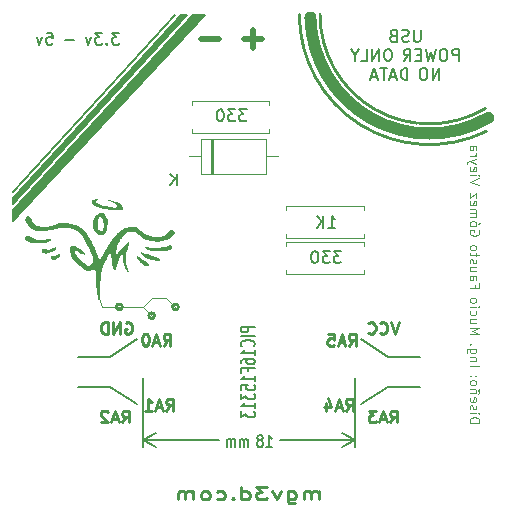
<source format=gbr>
%TF.GenerationSoftware,KiCad,Pcbnew,(7.0.0)*%
%TF.CreationDate,2024-02-07T11:39:00-06:00*%
%TF.ProjectId,16f15313,31366631-3533-4313-932e-6b696361645f,rev?*%
%TF.SameCoordinates,Original*%
%TF.FileFunction,Legend,Bot*%
%TF.FilePolarity,Positive*%
%FSLAX46Y46*%
G04 Gerber Fmt 4.6, Leading zero omitted, Abs format (unit mm)*
G04 Created by KiCad (PCBNEW (7.0.0)) date 2024-02-07 11:39:00*
%MOMM*%
%LPD*%
G01*
G04 APERTURE LIST*
%ADD10C,0.100000*%
%ADD11C,0.250000*%
%ADD12C,0.150000*%
%ADD13C,1.000000*%
%ADD14C,0.125000*%
%ADD15C,0.200000*%
%ADD16C,0.500000*%
%ADD17C,0.120000*%
G04 APERTURE END LIST*
D10*
X124250000Y-104250000D02*
X125000000Y-105000000D01*
X118750000Y-105000000D02*
X119750000Y-105000000D01*
D11*
X120500000Y-105000000D02*
G75*
G03*
X120500000Y-105000000I-250000J0D01*
G01*
D12*
X143000000Y-109250000D02*
X145750000Y-109250000D01*
G36*
X111250000Y-97750000D02*
G01*
X111250000Y-96750000D01*
X126500000Y-80250000D01*
X127500000Y-80250000D01*
X111250000Y-97750000D01*
G37*
X111250000Y-97750000D02*
X111250000Y-96750000D01*
X126500000Y-80250000D01*
X127500000Y-80250000D01*
X111250000Y-97750000D01*
X140750000Y-107750000D02*
X143000000Y-109250000D01*
X121750000Y-113250000D02*
X119500000Y-111750000D01*
D10*
X122250000Y-105000000D02*
X123000000Y-105750000D01*
D13*
X136434598Y-80500000D02*
G75*
G03*
X151495378Y-88991911I10065402J250000D01*
G01*
D12*
X119500000Y-109250000D02*
X116750000Y-109250000D01*
D11*
X123250000Y-105750000D02*
G75*
G03*
X123250000Y-105750000I-250000J0D01*
G01*
D12*
X119500000Y-111750000D02*
X116750000Y-111750000D01*
D11*
X135500000Y-80250000D02*
G75*
G03*
X151312123Y-90141586I11000000J0D01*
G01*
D10*
X119750000Y-105000000D02*
X122250000Y-105000000D01*
X123000000Y-104250000D02*
X124250000Y-104250000D01*
X118500000Y-104250000D02*
X118750000Y-105000000D01*
X122250000Y-105000000D02*
X123000000Y-104250000D01*
D11*
X125250000Y-105000000D02*
G75*
G03*
X125250000Y-105000000I-250000J0D01*
G01*
D12*
X121750000Y-107750000D02*
X119500000Y-109250000D01*
X140750000Y-113250000D02*
X143000000Y-111750000D01*
X125000000Y-80250000D02*
X111250000Y-95250000D01*
G36*
X111250000Y-96250000D02*
G01*
X111250000Y-95750000D01*
X125500000Y-80250000D01*
X126000000Y-80250000D01*
X111250000Y-96250000D01*
G37*
X111250000Y-96250000D02*
X111250000Y-95750000D01*
X125500000Y-80250000D01*
X126000000Y-80250000D01*
X111250000Y-96250000D01*
D11*
X137250001Y-80250000D02*
G75*
G03*
X151222483Y-88203656I9249999J0D01*
G01*
D12*
X143000000Y-111750000D02*
X145750000Y-111750000D01*
D11*
X124000000Y-108282380D02*
X124333333Y-107806190D01*
X124571428Y-108282380D02*
X124571428Y-107282380D01*
X124571428Y-107282380D02*
X124190476Y-107282380D01*
X124190476Y-107282380D02*
X124095238Y-107330000D01*
X124095238Y-107330000D02*
X124047619Y-107377619D01*
X124047619Y-107377619D02*
X124000000Y-107472857D01*
X124000000Y-107472857D02*
X124000000Y-107615714D01*
X124000000Y-107615714D02*
X124047619Y-107710952D01*
X124047619Y-107710952D02*
X124095238Y-107758571D01*
X124095238Y-107758571D02*
X124190476Y-107806190D01*
X124190476Y-107806190D02*
X124571428Y-107806190D01*
X123619047Y-107996666D02*
X123142857Y-107996666D01*
X123714285Y-108282380D02*
X123380952Y-107282380D01*
X123380952Y-107282380D02*
X123047619Y-108282380D01*
X122523809Y-107282380D02*
X122428571Y-107282380D01*
X122428571Y-107282380D02*
X122333333Y-107330000D01*
X122333333Y-107330000D02*
X122285714Y-107377619D01*
X122285714Y-107377619D02*
X122238095Y-107472857D01*
X122238095Y-107472857D02*
X122190476Y-107663333D01*
X122190476Y-107663333D02*
X122190476Y-107901428D01*
X122190476Y-107901428D02*
X122238095Y-108091904D01*
X122238095Y-108091904D02*
X122285714Y-108187142D01*
X122285714Y-108187142D02*
X122333333Y-108234761D01*
X122333333Y-108234761D02*
X122428571Y-108282380D01*
X122428571Y-108282380D02*
X122523809Y-108282380D01*
X122523809Y-108282380D02*
X122619047Y-108234761D01*
X122619047Y-108234761D02*
X122666666Y-108187142D01*
X122666666Y-108187142D02*
X122714285Y-108091904D01*
X122714285Y-108091904D02*
X122761904Y-107901428D01*
X122761904Y-107901428D02*
X122761904Y-107663333D01*
X122761904Y-107663333D02*
X122714285Y-107472857D01*
X122714285Y-107472857D02*
X122666666Y-107377619D01*
X122666666Y-107377619D02*
X122619047Y-107330000D01*
X122619047Y-107330000D02*
X122523809Y-107282380D01*
X139690476Y-108282380D02*
X140023809Y-107806190D01*
X140261904Y-108282380D02*
X140261904Y-107282380D01*
X140261904Y-107282380D02*
X139880952Y-107282380D01*
X139880952Y-107282380D02*
X139785714Y-107330000D01*
X139785714Y-107330000D02*
X139738095Y-107377619D01*
X139738095Y-107377619D02*
X139690476Y-107472857D01*
X139690476Y-107472857D02*
X139690476Y-107615714D01*
X139690476Y-107615714D02*
X139738095Y-107710952D01*
X139738095Y-107710952D02*
X139785714Y-107758571D01*
X139785714Y-107758571D02*
X139880952Y-107806190D01*
X139880952Y-107806190D02*
X140261904Y-107806190D01*
X139309523Y-107996666D02*
X138833333Y-107996666D01*
X139404761Y-108282380D02*
X139071428Y-107282380D01*
X139071428Y-107282380D02*
X138738095Y-108282380D01*
X137928571Y-107282380D02*
X138404761Y-107282380D01*
X138404761Y-107282380D02*
X138452380Y-107758571D01*
X138452380Y-107758571D02*
X138404761Y-107710952D01*
X138404761Y-107710952D02*
X138309523Y-107663333D01*
X138309523Y-107663333D02*
X138071428Y-107663333D01*
X138071428Y-107663333D02*
X137976190Y-107710952D01*
X137976190Y-107710952D02*
X137928571Y-107758571D01*
X137928571Y-107758571D02*
X137880952Y-107853809D01*
X137880952Y-107853809D02*
X137880952Y-108091904D01*
X137880952Y-108091904D02*
X137928571Y-108187142D01*
X137928571Y-108187142D02*
X137976190Y-108234761D01*
X137976190Y-108234761D02*
X138071428Y-108282380D01*
X138071428Y-108282380D02*
X138309523Y-108282380D01*
X138309523Y-108282380D02*
X138404761Y-108234761D01*
X138404761Y-108234761D02*
X138452380Y-108187142D01*
X137142857Y-121282380D02*
X137142857Y-120615714D01*
X137142857Y-120710952D02*
X137071428Y-120663333D01*
X137071428Y-120663333D02*
X136928571Y-120615714D01*
X136928571Y-120615714D02*
X136714285Y-120615714D01*
X136714285Y-120615714D02*
X136571428Y-120663333D01*
X136571428Y-120663333D02*
X136500000Y-120758571D01*
X136500000Y-120758571D02*
X136500000Y-121282380D01*
X136500000Y-120758571D02*
X136428571Y-120663333D01*
X136428571Y-120663333D02*
X136285714Y-120615714D01*
X136285714Y-120615714D02*
X136071428Y-120615714D01*
X136071428Y-120615714D02*
X135928571Y-120663333D01*
X135928571Y-120663333D02*
X135857142Y-120758571D01*
X135857142Y-120758571D02*
X135857142Y-121282380D01*
X134500000Y-120615714D02*
X134500000Y-121425238D01*
X134500000Y-121425238D02*
X134571428Y-121520476D01*
X134571428Y-121520476D02*
X134642857Y-121568095D01*
X134642857Y-121568095D02*
X134785714Y-121615714D01*
X134785714Y-121615714D02*
X135000000Y-121615714D01*
X135000000Y-121615714D02*
X135142857Y-121568095D01*
X134500000Y-121234761D02*
X134642857Y-121282380D01*
X134642857Y-121282380D02*
X134928571Y-121282380D01*
X134928571Y-121282380D02*
X135071428Y-121234761D01*
X135071428Y-121234761D02*
X135142857Y-121187142D01*
X135142857Y-121187142D02*
X135214285Y-121091904D01*
X135214285Y-121091904D02*
X135214285Y-120806190D01*
X135214285Y-120806190D02*
X135142857Y-120710952D01*
X135142857Y-120710952D02*
X135071428Y-120663333D01*
X135071428Y-120663333D02*
X134928571Y-120615714D01*
X134928571Y-120615714D02*
X134642857Y-120615714D01*
X134642857Y-120615714D02*
X134500000Y-120663333D01*
X133928571Y-120615714D02*
X133571428Y-121282380D01*
X133571428Y-121282380D02*
X133214285Y-120615714D01*
X132785714Y-120282380D02*
X131857142Y-120282380D01*
X131857142Y-120282380D02*
X132357142Y-120663333D01*
X132357142Y-120663333D02*
X132142857Y-120663333D01*
X132142857Y-120663333D02*
X132000000Y-120710952D01*
X132000000Y-120710952D02*
X131928571Y-120758571D01*
X131928571Y-120758571D02*
X131857142Y-120853809D01*
X131857142Y-120853809D02*
X131857142Y-121091904D01*
X131857142Y-121091904D02*
X131928571Y-121187142D01*
X131928571Y-121187142D02*
X132000000Y-121234761D01*
X132000000Y-121234761D02*
X132142857Y-121282380D01*
X132142857Y-121282380D02*
X132571428Y-121282380D01*
X132571428Y-121282380D02*
X132714285Y-121234761D01*
X132714285Y-121234761D02*
X132785714Y-121187142D01*
X130571429Y-121282380D02*
X130571429Y-120282380D01*
X130571429Y-121234761D02*
X130714286Y-121282380D01*
X130714286Y-121282380D02*
X131000000Y-121282380D01*
X131000000Y-121282380D02*
X131142857Y-121234761D01*
X131142857Y-121234761D02*
X131214286Y-121187142D01*
X131214286Y-121187142D02*
X131285714Y-121091904D01*
X131285714Y-121091904D02*
X131285714Y-120806190D01*
X131285714Y-120806190D02*
X131214286Y-120710952D01*
X131214286Y-120710952D02*
X131142857Y-120663333D01*
X131142857Y-120663333D02*
X131000000Y-120615714D01*
X131000000Y-120615714D02*
X130714286Y-120615714D01*
X130714286Y-120615714D02*
X130571429Y-120663333D01*
X129857143Y-121187142D02*
X129785714Y-121234761D01*
X129785714Y-121234761D02*
X129857143Y-121282380D01*
X129857143Y-121282380D02*
X129928571Y-121234761D01*
X129928571Y-121234761D02*
X129857143Y-121187142D01*
X129857143Y-121187142D02*
X129857143Y-121282380D01*
X128500000Y-121234761D02*
X128642857Y-121282380D01*
X128642857Y-121282380D02*
X128928571Y-121282380D01*
X128928571Y-121282380D02*
X129071428Y-121234761D01*
X129071428Y-121234761D02*
X129142857Y-121187142D01*
X129142857Y-121187142D02*
X129214285Y-121091904D01*
X129214285Y-121091904D02*
X129214285Y-120806190D01*
X129214285Y-120806190D02*
X129142857Y-120710952D01*
X129142857Y-120710952D02*
X129071428Y-120663333D01*
X129071428Y-120663333D02*
X128928571Y-120615714D01*
X128928571Y-120615714D02*
X128642857Y-120615714D01*
X128642857Y-120615714D02*
X128500000Y-120663333D01*
X127642857Y-121282380D02*
X127785714Y-121234761D01*
X127785714Y-121234761D02*
X127857143Y-121187142D01*
X127857143Y-121187142D02*
X127928571Y-121091904D01*
X127928571Y-121091904D02*
X127928571Y-120806190D01*
X127928571Y-120806190D02*
X127857143Y-120710952D01*
X127857143Y-120710952D02*
X127785714Y-120663333D01*
X127785714Y-120663333D02*
X127642857Y-120615714D01*
X127642857Y-120615714D02*
X127428571Y-120615714D01*
X127428571Y-120615714D02*
X127285714Y-120663333D01*
X127285714Y-120663333D02*
X127214286Y-120710952D01*
X127214286Y-120710952D02*
X127142857Y-120806190D01*
X127142857Y-120806190D02*
X127142857Y-121091904D01*
X127142857Y-121091904D02*
X127214286Y-121187142D01*
X127214286Y-121187142D02*
X127285714Y-121234761D01*
X127285714Y-121234761D02*
X127428571Y-121282380D01*
X127428571Y-121282380D02*
X127642857Y-121282380D01*
X126500000Y-121282380D02*
X126500000Y-120615714D01*
X126500000Y-120710952D02*
X126428571Y-120663333D01*
X126428571Y-120663333D02*
X126285714Y-120615714D01*
X126285714Y-120615714D02*
X126071428Y-120615714D01*
X126071428Y-120615714D02*
X125928571Y-120663333D01*
X125928571Y-120663333D02*
X125857143Y-120758571D01*
X125857143Y-120758571D02*
X125857143Y-121282380D01*
X125857143Y-120758571D02*
X125785714Y-120663333D01*
X125785714Y-120663333D02*
X125642857Y-120615714D01*
X125642857Y-120615714D02*
X125428571Y-120615714D01*
X125428571Y-120615714D02*
X125285714Y-120663333D01*
X125285714Y-120663333D02*
X125214285Y-120758571D01*
X125214285Y-120758571D02*
X125214285Y-121282380D01*
X143190476Y-114782380D02*
X143523809Y-114306190D01*
X143761904Y-114782380D02*
X143761904Y-113782380D01*
X143761904Y-113782380D02*
X143380952Y-113782380D01*
X143380952Y-113782380D02*
X143285714Y-113830000D01*
X143285714Y-113830000D02*
X143238095Y-113877619D01*
X143238095Y-113877619D02*
X143190476Y-113972857D01*
X143190476Y-113972857D02*
X143190476Y-114115714D01*
X143190476Y-114115714D02*
X143238095Y-114210952D01*
X143238095Y-114210952D02*
X143285714Y-114258571D01*
X143285714Y-114258571D02*
X143380952Y-114306190D01*
X143380952Y-114306190D02*
X143761904Y-114306190D01*
X142809523Y-114496666D02*
X142333333Y-114496666D01*
X142904761Y-114782380D02*
X142571428Y-113782380D01*
X142571428Y-113782380D02*
X142238095Y-114782380D01*
X141999999Y-113782380D02*
X141380952Y-113782380D01*
X141380952Y-113782380D02*
X141714285Y-114163333D01*
X141714285Y-114163333D02*
X141571428Y-114163333D01*
X141571428Y-114163333D02*
X141476190Y-114210952D01*
X141476190Y-114210952D02*
X141428571Y-114258571D01*
X141428571Y-114258571D02*
X141380952Y-114353809D01*
X141380952Y-114353809D02*
X141380952Y-114591904D01*
X141380952Y-114591904D02*
X141428571Y-114687142D01*
X141428571Y-114687142D02*
X141476190Y-114734761D01*
X141476190Y-114734761D02*
X141571428Y-114782380D01*
X141571428Y-114782380D02*
X141857142Y-114782380D01*
X141857142Y-114782380D02*
X141952380Y-114734761D01*
X141952380Y-114734761D02*
X141999999Y-114687142D01*
D14*
X149924095Y-114809523D02*
X150724095Y-114809523D01*
X150724095Y-114809523D02*
X150724095Y-114619047D01*
X150724095Y-114619047D02*
X150686000Y-114504761D01*
X150686000Y-114504761D02*
X150609809Y-114428571D01*
X150609809Y-114428571D02*
X150533619Y-114390476D01*
X150533619Y-114390476D02*
X150381238Y-114352380D01*
X150381238Y-114352380D02*
X150266952Y-114352380D01*
X150266952Y-114352380D02*
X150114571Y-114390476D01*
X150114571Y-114390476D02*
X150038380Y-114428571D01*
X150038380Y-114428571D02*
X149962190Y-114504761D01*
X149962190Y-114504761D02*
X149924095Y-114619047D01*
X149924095Y-114619047D02*
X149924095Y-114809523D01*
X149924095Y-114009523D02*
X150457428Y-114009523D01*
X150724095Y-114009523D02*
X150686000Y-114047619D01*
X150686000Y-114047619D02*
X150647904Y-114009523D01*
X150647904Y-114009523D02*
X150686000Y-113971428D01*
X150686000Y-113971428D02*
X150724095Y-114009523D01*
X150724095Y-114009523D02*
X150647904Y-114009523D01*
X149962190Y-113666667D02*
X149924095Y-113590476D01*
X149924095Y-113590476D02*
X149924095Y-113438095D01*
X149924095Y-113438095D02*
X149962190Y-113361905D01*
X149962190Y-113361905D02*
X150038380Y-113323809D01*
X150038380Y-113323809D02*
X150076476Y-113323809D01*
X150076476Y-113323809D02*
X150152666Y-113361905D01*
X150152666Y-113361905D02*
X150190761Y-113438095D01*
X150190761Y-113438095D02*
X150190761Y-113552381D01*
X150190761Y-113552381D02*
X150228857Y-113628571D01*
X150228857Y-113628571D02*
X150305047Y-113666667D01*
X150305047Y-113666667D02*
X150343142Y-113666667D01*
X150343142Y-113666667D02*
X150419333Y-113628571D01*
X150419333Y-113628571D02*
X150457428Y-113552381D01*
X150457428Y-113552381D02*
X150457428Y-113438095D01*
X150457428Y-113438095D02*
X150419333Y-113361905D01*
X149962190Y-112676190D02*
X149924095Y-112752381D01*
X149924095Y-112752381D02*
X149924095Y-112904762D01*
X149924095Y-112904762D02*
X149962190Y-112980952D01*
X149962190Y-112980952D02*
X150038380Y-113019048D01*
X150038380Y-113019048D02*
X150343142Y-113019048D01*
X150343142Y-113019048D02*
X150419333Y-112980952D01*
X150419333Y-112980952D02*
X150457428Y-112904762D01*
X150457428Y-112904762D02*
X150457428Y-112752381D01*
X150457428Y-112752381D02*
X150419333Y-112676190D01*
X150419333Y-112676190D02*
X150343142Y-112638095D01*
X150343142Y-112638095D02*
X150266952Y-112638095D01*
X150266952Y-112638095D02*
X150190761Y-113019048D01*
X150457428Y-112295238D02*
X149924095Y-112295238D01*
X150381238Y-112295238D02*
X150419333Y-112257143D01*
X150419333Y-112257143D02*
X150457428Y-112180953D01*
X150457428Y-112180953D02*
X150457428Y-112066667D01*
X150457428Y-112066667D02*
X150419333Y-111990476D01*
X150419333Y-111990476D02*
X150343142Y-111952381D01*
X150343142Y-111952381D02*
X149924095Y-111952381D01*
X150647904Y-112333334D02*
X150686000Y-112295238D01*
X150686000Y-112295238D02*
X150724095Y-112219048D01*
X150724095Y-112219048D02*
X150647904Y-112066667D01*
X150647904Y-112066667D02*
X150686000Y-111990476D01*
X150686000Y-111990476D02*
X150724095Y-111952381D01*
X149924095Y-111457143D02*
X149962190Y-111533333D01*
X149962190Y-111533333D02*
X150000285Y-111571428D01*
X150000285Y-111571428D02*
X150076476Y-111609524D01*
X150076476Y-111609524D02*
X150305047Y-111609524D01*
X150305047Y-111609524D02*
X150381238Y-111571428D01*
X150381238Y-111571428D02*
X150419333Y-111533333D01*
X150419333Y-111533333D02*
X150457428Y-111457143D01*
X150457428Y-111457143D02*
X150457428Y-111342857D01*
X150457428Y-111342857D02*
X150419333Y-111266666D01*
X150419333Y-111266666D02*
X150381238Y-111228571D01*
X150381238Y-111228571D02*
X150305047Y-111190476D01*
X150305047Y-111190476D02*
X150076476Y-111190476D01*
X150076476Y-111190476D02*
X150000285Y-111228571D01*
X150000285Y-111228571D02*
X149962190Y-111266666D01*
X149962190Y-111266666D02*
X149924095Y-111342857D01*
X149924095Y-111342857D02*
X149924095Y-111457143D01*
X150000285Y-110847618D02*
X149962190Y-110809523D01*
X149962190Y-110809523D02*
X149924095Y-110847618D01*
X149924095Y-110847618D02*
X149962190Y-110885714D01*
X149962190Y-110885714D02*
X150000285Y-110847618D01*
X150000285Y-110847618D02*
X149924095Y-110847618D01*
X150419333Y-110847618D02*
X150381238Y-110809523D01*
X150381238Y-110809523D02*
X150343142Y-110847618D01*
X150343142Y-110847618D02*
X150381238Y-110885714D01*
X150381238Y-110885714D02*
X150419333Y-110847618D01*
X150419333Y-110847618D02*
X150343142Y-110847618D01*
X149924095Y-109986666D02*
X150724095Y-109986666D01*
X150457428Y-109605714D02*
X149924095Y-109605714D01*
X150381238Y-109605714D02*
X150419333Y-109567619D01*
X150419333Y-109567619D02*
X150457428Y-109491429D01*
X150457428Y-109491429D02*
X150457428Y-109377143D01*
X150457428Y-109377143D02*
X150419333Y-109300952D01*
X150419333Y-109300952D02*
X150343142Y-109262857D01*
X150343142Y-109262857D02*
X149924095Y-109262857D01*
X150457428Y-108539047D02*
X149809809Y-108539047D01*
X149809809Y-108539047D02*
X149733619Y-108577142D01*
X149733619Y-108577142D02*
X149695523Y-108615238D01*
X149695523Y-108615238D02*
X149657428Y-108691428D01*
X149657428Y-108691428D02*
X149657428Y-108805714D01*
X149657428Y-108805714D02*
X149695523Y-108881904D01*
X149962190Y-108539047D02*
X149924095Y-108615238D01*
X149924095Y-108615238D02*
X149924095Y-108767619D01*
X149924095Y-108767619D02*
X149962190Y-108843809D01*
X149962190Y-108843809D02*
X150000285Y-108881904D01*
X150000285Y-108881904D02*
X150076476Y-108920000D01*
X150076476Y-108920000D02*
X150305047Y-108920000D01*
X150305047Y-108920000D02*
X150381238Y-108881904D01*
X150381238Y-108881904D02*
X150419333Y-108843809D01*
X150419333Y-108843809D02*
X150457428Y-108767619D01*
X150457428Y-108767619D02*
X150457428Y-108615238D01*
X150457428Y-108615238D02*
X150419333Y-108539047D01*
X150000285Y-108158094D02*
X149962190Y-108119999D01*
X149962190Y-108119999D02*
X149924095Y-108158094D01*
X149924095Y-108158094D02*
X149962190Y-108196190D01*
X149962190Y-108196190D02*
X150000285Y-108158094D01*
X150000285Y-108158094D02*
X149924095Y-108158094D01*
X149924095Y-107297142D02*
X150724095Y-107297142D01*
X150724095Y-107297142D02*
X150152666Y-107030476D01*
X150152666Y-107030476D02*
X150724095Y-106763809D01*
X150724095Y-106763809D02*
X149924095Y-106763809D01*
X150457428Y-106039999D02*
X149924095Y-106039999D01*
X150457428Y-106382856D02*
X150038380Y-106382856D01*
X150038380Y-106382856D02*
X149962190Y-106344761D01*
X149962190Y-106344761D02*
X149924095Y-106268571D01*
X149924095Y-106268571D02*
X149924095Y-106154285D01*
X149924095Y-106154285D02*
X149962190Y-106078094D01*
X149962190Y-106078094D02*
X150000285Y-106039999D01*
X149962190Y-105316189D02*
X149924095Y-105392380D01*
X149924095Y-105392380D02*
X149924095Y-105544761D01*
X149924095Y-105544761D02*
X149962190Y-105620951D01*
X149962190Y-105620951D02*
X150000285Y-105659046D01*
X150000285Y-105659046D02*
X150076476Y-105697142D01*
X150076476Y-105697142D02*
X150305047Y-105697142D01*
X150305047Y-105697142D02*
X150381238Y-105659046D01*
X150381238Y-105659046D02*
X150419333Y-105620951D01*
X150419333Y-105620951D02*
X150457428Y-105544761D01*
X150457428Y-105544761D02*
X150457428Y-105392380D01*
X150457428Y-105392380D02*
X150419333Y-105316189D01*
X149924095Y-104973332D02*
X150457428Y-104973332D01*
X150724095Y-104973332D02*
X150686000Y-105011428D01*
X150686000Y-105011428D02*
X150647904Y-104973332D01*
X150647904Y-104973332D02*
X150686000Y-104935237D01*
X150686000Y-104935237D02*
X150724095Y-104973332D01*
X150724095Y-104973332D02*
X150647904Y-104973332D01*
X149924095Y-104478095D02*
X149962190Y-104554285D01*
X149962190Y-104554285D02*
X150000285Y-104592380D01*
X150000285Y-104592380D02*
X150076476Y-104630476D01*
X150076476Y-104630476D02*
X150305047Y-104630476D01*
X150305047Y-104630476D02*
X150381238Y-104592380D01*
X150381238Y-104592380D02*
X150419333Y-104554285D01*
X150419333Y-104554285D02*
X150457428Y-104478095D01*
X150457428Y-104478095D02*
X150457428Y-104363809D01*
X150457428Y-104363809D02*
X150419333Y-104287618D01*
X150419333Y-104287618D02*
X150381238Y-104249523D01*
X150381238Y-104249523D02*
X150305047Y-104211428D01*
X150305047Y-104211428D02*
X150076476Y-104211428D01*
X150076476Y-104211428D02*
X150000285Y-104249523D01*
X150000285Y-104249523D02*
X149962190Y-104287618D01*
X149962190Y-104287618D02*
X149924095Y-104363809D01*
X149924095Y-104363809D02*
X149924095Y-104478095D01*
X150343142Y-103121904D02*
X150343142Y-103388570D01*
X149924095Y-103388570D02*
X150724095Y-103388570D01*
X150724095Y-103388570D02*
X150724095Y-103007618D01*
X149924095Y-102359999D02*
X150343142Y-102359999D01*
X150343142Y-102359999D02*
X150419333Y-102398094D01*
X150419333Y-102398094D02*
X150457428Y-102474285D01*
X150457428Y-102474285D02*
X150457428Y-102626666D01*
X150457428Y-102626666D02*
X150419333Y-102702856D01*
X149962190Y-102359999D02*
X149924095Y-102436190D01*
X149924095Y-102436190D02*
X149924095Y-102626666D01*
X149924095Y-102626666D02*
X149962190Y-102702856D01*
X149962190Y-102702856D02*
X150038380Y-102740952D01*
X150038380Y-102740952D02*
X150114571Y-102740952D01*
X150114571Y-102740952D02*
X150190761Y-102702856D01*
X150190761Y-102702856D02*
X150228857Y-102626666D01*
X150228857Y-102626666D02*
X150228857Y-102436190D01*
X150228857Y-102436190D02*
X150266952Y-102359999D01*
X150457428Y-101636189D02*
X149924095Y-101636189D01*
X150457428Y-101979046D02*
X150038380Y-101979046D01*
X150038380Y-101979046D02*
X149962190Y-101940951D01*
X149962190Y-101940951D02*
X149924095Y-101864761D01*
X149924095Y-101864761D02*
X149924095Y-101750475D01*
X149924095Y-101750475D02*
X149962190Y-101674284D01*
X149962190Y-101674284D02*
X150000285Y-101636189D01*
X149962190Y-101293332D02*
X149924095Y-101217141D01*
X149924095Y-101217141D02*
X149924095Y-101064760D01*
X149924095Y-101064760D02*
X149962190Y-100988570D01*
X149962190Y-100988570D02*
X150038380Y-100950474D01*
X150038380Y-100950474D02*
X150076476Y-100950474D01*
X150076476Y-100950474D02*
X150152666Y-100988570D01*
X150152666Y-100988570D02*
X150190761Y-101064760D01*
X150190761Y-101064760D02*
X150190761Y-101179046D01*
X150190761Y-101179046D02*
X150228857Y-101255236D01*
X150228857Y-101255236D02*
X150305047Y-101293332D01*
X150305047Y-101293332D02*
X150343142Y-101293332D01*
X150343142Y-101293332D02*
X150419333Y-101255236D01*
X150419333Y-101255236D02*
X150457428Y-101179046D01*
X150457428Y-101179046D02*
X150457428Y-101064760D01*
X150457428Y-101064760D02*
X150419333Y-100988570D01*
X150457428Y-100721903D02*
X150457428Y-100417141D01*
X150724095Y-100607617D02*
X150038380Y-100607617D01*
X150038380Y-100607617D02*
X149962190Y-100569522D01*
X149962190Y-100569522D02*
X149924095Y-100493332D01*
X149924095Y-100493332D02*
X149924095Y-100417141D01*
X149924095Y-100036189D02*
X149962190Y-100112379D01*
X149962190Y-100112379D02*
X150000285Y-100150474D01*
X150000285Y-100150474D02*
X150076476Y-100188570D01*
X150076476Y-100188570D02*
X150305047Y-100188570D01*
X150305047Y-100188570D02*
X150381238Y-100150474D01*
X150381238Y-100150474D02*
X150419333Y-100112379D01*
X150419333Y-100112379D02*
X150457428Y-100036189D01*
X150457428Y-100036189D02*
X150457428Y-99921903D01*
X150457428Y-99921903D02*
X150419333Y-99845712D01*
X150419333Y-99845712D02*
X150381238Y-99807617D01*
X150381238Y-99807617D02*
X150305047Y-99769522D01*
X150305047Y-99769522D02*
X150076476Y-99769522D01*
X150076476Y-99769522D02*
X150000285Y-99807617D01*
X150000285Y-99807617D02*
X149962190Y-99845712D01*
X149962190Y-99845712D02*
X149924095Y-99921903D01*
X149924095Y-99921903D02*
X149924095Y-100036189D01*
X150686000Y-98527617D02*
X150724095Y-98603807D01*
X150724095Y-98603807D02*
X150724095Y-98718093D01*
X150724095Y-98718093D02*
X150686000Y-98832379D01*
X150686000Y-98832379D02*
X150609809Y-98908569D01*
X150609809Y-98908569D02*
X150533619Y-98946664D01*
X150533619Y-98946664D02*
X150381238Y-98984760D01*
X150381238Y-98984760D02*
X150266952Y-98984760D01*
X150266952Y-98984760D02*
X150114571Y-98946664D01*
X150114571Y-98946664D02*
X150038380Y-98908569D01*
X150038380Y-98908569D02*
X149962190Y-98832379D01*
X149962190Y-98832379D02*
X149924095Y-98718093D01*
X149924095Y-98718093D02*
X149924095Y-98641902D01*
X149924095Y-98641902D02*
X149962190Y-98527617D01*
X149962190Y-98527617D02*
X150000285Y-98489521D01*
X150000285Y-98489521D02*
X150266952Y-98489521D01*
X150266952Y-98489521D02*
X150266952Y-98641902D01*
X149924095Y-98032379D02*
X149962190Y-98108569D01*
X149962190Y-98108569D02*
X150000285Y-98146664D01*
X150000285Y-98146664D02*
X150076476Y-98184760D01*
X150076476Y-98184760D02*
X150305047Y-98184760D01*
X150305047Y-98184760D02*
X150381238Y-98146664D01*
X150381238Y-98146664D02*
X150419333Y-98108569D01*
X150419333Y-98108569D02*
X150457428Y-98032379D01*
X150457428Y-98032379D02*
X150457428Y-97918093D01*
X150457428Y-97918093D02*
X150419333Y-97841902D01*
X150419333Y-97841902D02*
X150381238Y-97803807D01*
X150381238Y-97803807D02*
X150305047Y-97765712D01*
X150305047Y-97765712D02*
X150076476Y-97765712D01*
X150076476Y-97765712D02*
X150000285Y-97803807D01*
X150000285Y-97803807D02*
X149962190Y-97841902D01*
X149962190Y-97841902D02*
X149924095Y-97918093D01*
X149924095Y-97918093D02*
X149924095Y-98032379D01*
X150762190Y-97879998D02*
X150647904Y-97994283D01*
X149924095Y-97422854D02*
X150457428Y-97422854D01*
X150381238Y-97422854D02*
X150419333Y-97384759D01*
X150419333Y-97384759D02*
X150457428Y-97308569D01*
X150457428Y-97308569D02*
X150457428Y-97194283D01*
X150457428Y-97194283D02*
X150419333Y-97118092D01*
X150419333Y-97118092D02*
X150343142Y-97079997D01*
X150343142Y-97079997D02*
X149924095Y-97079997D01*
X150343142Y-97079997D02*
X150419333Y-97041902D01*
X150419333Y-97041902D02*
X150457428Y-96965711D01*
X150457428Y-96965711D02*
X150457428Y-96851426D01*
X150457428Y-96851426D02*
X150419333Y-96775235D01*
X150419333Y-96775235D02*
X150343142Y-96737140D01*
X150343142Y-96737140D02*
X149924095Y-96737140D01*
X149962190Y-96051425D02*
X149924095Y-96127616D01*
X149924095Y-96127616D02*
X149924095Y-96279997D01*
X149924095Y-96279997D02*
X149962190Y-96356187D01*
X149962190Y-96356187D02*
X150038380Y-96394283D01*
X150038380Y-96394283D02*
X150343142Y-96394283D01*
X150343142Y-96394283D02*
X150419333Y-96356187D01*
X150419333Y-96356187D02*
X150457428Y-96279997D01*
X150457428Y-96279997D02*
X150457428Y-96127616D01*
X150457428Y-96127616D02*
X150419333Y-96051425D01*
X150419333Y-96051425D02*
X150343142Y-96013330D01*
X150343142Y-96013330D02*
X150266952Y-96013330D01*
X150266952Y-96013330D02*
X150190761Y-96394283D01*
X150457428Y-95746664D02*
X150457428Y-95327616D01*
X150457428Y-95327616D02*
X149924095Y-95746664D01*
X149924095Y-95746664D02*
X149924095Y-95327616D01*
X150724095Y-94657140D02*
X149924095Y-94390473D01*
X149924095Y-94390473D02*
X150724095Y-94123807D01*
X149924095Y-93857140D02*
X150457428Y-93857140D01*
X150724095Y-93857140D02*
X150686000Y-93895236D01*
X150686000Y-93895236D02*
X150647904Y-93857140D01*
X150647904Y-93857140D02*
X150686000Y-93819045D01*
X150686000Y-93819045D02*
X150724095Y-93857140D01*
X150724095Y-93857140D02*
X150647904Y-93857140D01*
X149962190Y-93171426D02*
X149924095Y-93247617D01*
X149924095Y-93247617D02*
X149924095Y-93399998D01*
X149924095Y-93399998D02*
X149962190Y-93476188D01*
X149962190Y-93476188D02*
X150038380Y-93514284D01*
X150038380Y-93514284D02*
X150343142Y-93514284D01*
X150343142Y-93514284D02*
X150419333Y-93476188D01*
X150419333Y-93476188D02*
X150457428Y-93399998D01*
X150457428Y-93399998D02*
X150457428Y-93247617D01*
X150457428Y-93247617D02*
X150419333Y-93171426D01*
X150419333Y-93171426D02*
X150343142Y-93133331D01*
X150343142Y-93133331D02*
X150266952Y-93133331D01*
X150266952Y-93133331D02*
X150190761Y-93514284D01*
X150457428Y-92866665D02*
X149924095Y-92676189D01*
X150457428Y-92485712D02*
X149924095Y-92676189D01*
X149924095Y-92676189D02*
X149733619Y-92752379D01*
X149733619Y-92752379D02*
X149695523Y-92790474D01*
X149695523Y-92790474D02*
X149657428Y-92866665D01*
X149924095Y-92180950D02*
X150457428Y-92180950D01*
X150305047Y-92180950D02*
X150381238Y-92142855D01*
X150381238Y-92142855D02*
X150419333Y-92104760D01*
X150419333Y-92104760D02*
X150457428Y-92028569D01*
X150457428Y-92028569D02*
X150457428Y-91952379D01*
X149924095Y-91342855D02*
X150343142Y-91342855D01*
X150343142Y-91342855D02*
X150419333Y-91380950D01*
X150419333Y-91380950D02*
X150457428Y-91457141D01*
X150457428Y-91457141D02*
X150457428Y-91609522D01*
X150457428Y-91609522D02*
X150419333Y-91685712D01*
X149962190Y-91342855D02*
X149924095Y-91419046D01*
X149924095Y-91419046D02*
X149924095Y-91609522D01*
X149924095Y-91609522D02*
X149962190Y-91685712D01*
X149962190Y-91685712D02*
X150038380Y-91723808D01*
X150038380Y-91723808D02*
X150114571Y-91723808D01*
X150114571Y-91723808D02*
X150190761Y-91685712D01*
X150190761Y-91685712D02*
X150228857Y-91609522D01*
X150228857Y-91609522D02*
X150228857Y-91419046D01*
X150228857Y-91419046D02*
X150266952Y-91342855D01*
D11*
X120500000Y-114782380D02*
X120833333Y-114306190D01*
X121071428Y-114782380D02*
X121071428Y-113782380D01*
X121071428Y-113782380D02*
X120690476Y-113782380D01*
X120690476Y-113782380D02*
X120595238Y-113830000D01*
X120595238Y-113830000D02*
X120547619Y-113877619D01*
X120547619Y-113877619D02*
X120500000Y-113972857D01*
X120500000Y-113972857D02*
X120500000Y-114115714D01*
X120500000Y-114115714D02*
X120547619Y-114210952D01*
X120547619Y-114210952D02*
X120595238Y-114258571D01*
X120595238Y-114258571D02*
X120690476Y-114306190D01*
X120690476Y-114306190D02*
X121071428Y-114306190D01*
X120119047Y-114496666D02*
X119642857Y-114496666D01*
X120214285Y-114782380D02*
X119880952Y-113782380D01*
X119880952Y-113782380D02*
X119547619Y-114782380D01*
X119261904Y-113877619D02*
X119214285Y-113830000D01*
X119214285Y-113830000D02*
X119119047Y-113782380D01*
X119119047Y-113782380D02*
X118880952Y-113782380D01*
X118880952Y-113782380D02*
X118785714Y-113830000D01*
X118785714Y-113830000D02*
X118738095Y-113877619D01*
X118738095Y-113877619D02*
X118690476Y-113972857D01*
X118690476Y-113972857D02*
X118690476Y-114068095D01*
X118690476Y-114068095D02*
X118738095Y-114210952D01*
X118738095Y-114210952D02*
X119309523Y-114782380D01*
X119309523Y-114782380D02*
X118690476Y-114782380D01*
D12*
X139035713Y-100282380D02*
X138416666Y-100282380D01*
X138416666Y-100282380D02*
X138749999Y-100663333D01*
X138749999Y-100663333D02*
X138607142Y-100663333D01*
X138607142Y-100663333D02*
X138511904Y-100710952D01*
X138511904Y-100710952D02*
X138464285Y-100758571D01*
X138464285Y-100758571D02*
X138416666Y-100853809D01*
X138416666Y-100853809D02*
X138416666Y-101091904D01*
X138416666Y-101091904D02*
X138464285Y-101187142D01*
X138464285Y-101187142D02*
X138511904Y-101234761D01*
X138511904Y-101234761D02*
X138607142Y-101282380D01*
X138607142Y-101282380D02*
X138892856Y-101282380D01*
X138892856Y-101282380D02*
X138988094Y-101234761D01*
X138988094Y-101234761D02*
X139035713Y-101187142D01*
X138083332Y-100282380D02*
X137464285Y-100282380D01*
X137464285Y-100282380D02*
X137797618Y-100663333D01*
X137797618Y-100663333D02*
X137654761Y-100663333D01*
X137654761Y-100663333D02*
X137559523Y-100710952D01*
X137559523Y-100710952D02*
X137511904Y-100758571D01*
X137511904Y-100758571D02*
X137464285Y-100853809D01*
X137464285Y-100853809D02*
X137464285Y-101091904D01*
X137464285Y-101091904D02*
X137511904Y-101187142D01*
X137511904Y-101187142D02*
X137559523Y-101234761D01*
X137559523Y-101234761D02*
X137654761Y-101282380D01*
X137654761Y-101282380D02*
X137940475Y-101282380D01*
X137940475Y-101282380D02*
X138035713Y-101234761D01*
X138035713Y-101234761D02*
X138083332Y-101187142D01*
X136845237Y-100282380D02*
X136749999Y-100282380D01*
X136749999Y-100282380D02*
X136654761Y-100330000D01*
X136654761Y-100330000D02*
X136607142Y-100377619D01*
X136607142Y-100377619D02*
X136559523Y-100472857D01*
X136559523Y-100472857D02*
X136511904Y-100663333D01*
X136511904Y-100663333D02*
X136511904Y-100901428D01*
X136511904Y-100901428D02*
X136559523Y-101091904D01*
X136559523Y-101091904D02*
X136607142Y-101187142D01*
X136607142Y-101187142D02*
X136654761Y-101234761D01*
X136654761Y-101234761D02*
X136749999Y-101282380D01*
X136749999Y-101282380D02*
X136845237Y-101282380D01*
X136845237Y-101282380D02*
X136940475Y-101234761D01*
X136940475Y-101234761D02*
X136988094Y-101187142D01*
X136988094Y-101187142D02*
X137035713Y-101091904D01*
X137035713Y-101091904D02*
X137083332Y-100901428D01*
X137083332Y-100901428D02*
X137083332Y-100663333D01*
X137083332Y-100663333D02*
X137035713Y-100472857D01*
X137035713Y-100472857D02*
X136988094Y-100377619D01*
X136988094Y-100377619D02*
X136940475Y-100330000D01*
X136940475Y-100330000D02*
X136845237Y-100282380D01*
D15*
X131738857Y-106690476D02*
X130538857Y-106690476D01*
X130538857Y-106690476D02*
X130538857Y-106995238D01*
X130538857Y-106995238D02*
X130596000Y-107071428D01*
X130596000Y-107071428D02*
X130653142Y-107109523D01*
X130653142Y-107109523D02*
X130767428Y-107147619D01*
X130767428Y-107147619D02*
X130938857Y-107147619D01*
X130938857Y-107147619D02*
X131053142Y-107109523D01*
X131053142Y-107109523D02*
X131110285Y-107071428D01*
X131110285Y-107071428D02*
X131167428Y-106995238D01*
X131167428Y-106995238D02*
X131167428Y-106690476D01*
X131738857Y-107490476D02*
X130538857Y-107490476D01*
X131624571Y-108328571D02*
X131681714Y-108290475D01*
X131681714Y-108290475D02*
X131738857Y-108176190D01*
X131738857Y-108176190D02*
X131738857Y-108099999D01*
X131738857Y-108099999D02*
X131681714Y-107985713D01*
X131681714Y-107985713D02*
X131567428Y-107909523D01*
X131567428Y-107909523D02*
X131453142Y-107871428D01*
X131453142Y-107871428D02*
X131224571Y-107833332D01*
X131224571Y-107833332D02*
X131053142Y-107833332D01*
X131053142Y-107833332D02*
X130824571Y-107871428D01*
X130824571Y-107871428D02*
X130710285Y-107909523D01*
X130710285Y-107909523D02*
X130596000Y-107985713D01*
X130596000Y-107985713D02*
X130538857Y-108099999D01*
X130538857Y-108099999D02*
X130538857Y-108176190D01*
X130538857Y-108176190D02*
X130596000Y-108290475D01*
X130596000Y-108290475D02*
X130653142Y-108328571D01*
X131738857Y-109090475D02*
X131738857Y-108633332D01*
X131738857Y-108861904D02*
X130538857Y-108861904D01*
X130538857Y-108861904D02*
X130710285Y-108785713D01*
X130710285Y-108785713D02*
X130824571Y-108709523D01*
X130824571Y-108709523D02*
X130881714Y-108633332D01*
X130538857Y-109776190D02*
X130538857Y-109623809D01*
X130538857Y-109623809D02*
X130596000Y-109547618D01*
X130596000Y-109547618D02*
X130653142Y-109509523D01*
X130653142Y-109509523D02*
X130824571Y-109433333D01*
X130824571Y-109433333D02*
X131053142Y-109395237D01*
X131053142Y-109395237D02*
X131510285Y-109395237D01*
X131510285Y-109395237D02*
X131624571Y-109433333D01*
X131624571Y-109433333D02*
X131681714Y-109471428D01*
X131681714Y-109471428D02*
X131738857Y-109547618D01*
X131738857Y-109547618D02*
X131738857Y-109699999D01*
X131738857Y-109699999D02*
X131681714Y-109776190D01*
X131681714Y-109776190D02*
X131624571Y-109814285D01*
X131624571Y-109814285D02*
X131510285Y-109852380D01*
X131510285Y-109852380D02*
X131224571Y-109852380D01*
X131224571Y-109852380D02*
X131110285Y-109814285D01*
X131110285Y-109814285D02*
X131053142Y-109776190D01*
X131053142Y-109776190D02*
X130996000Y-109699999D01*
X130996000Y-109699999D02*
X130996000Y-109547618D01*
X130996000Y-109547618D02*
X131053142Y-109471428D01*
X131053142Y-109471428D02*
X131110285Y-109433333D01*
X131110285Y-109433333D02*
X131224571Y-109395237D01*
X131110285Y-110461904D02*
X131110285Y-110195238D01*
X131738857Y-110195238D02*
X130538857Y-110195238D01*
X130538857Y-110195238D02*
X130538857Y-110576190D01*
X131738857Y-111299999D02*
X131738857Y-110842856D01*
X131738857Y-111071428D02*
X130538857Y-111071428D01*
X130538857Y-111071428D02*
X130710285Y-110995237D01*
X130710285Y-110995237D02*
X130824571Y-110919047D01*
X130824571Y-110919047D02*
X130881714Y-110842856D01*
X130538857Y-112023809D02*
X130538857Y-111642857D01*
X130538857Y-111642857D02*
X131110285Y-111604761D01*
X131110285Y-111604761D02*
X131053142Y-111642857D01*
X131053142Y-111642857D02*
X130996000Y-111719047D01*
X130996000Y-111719047D02*
X130996000Y-111909523D01*
X130996000Y-111909523D02*
X131053142Y-111985714D01*
X131053142Y-111985714D02*
X131110285Y-112023809D01*
X131110285Y-112023809D02*
X131224571Y-112061904D01*
X131224571Y-112061904D02*
X131510285Y-112061904D01*
X131510285Y-112061904D02*
X131624571Y-112023809D01*
X131624571Y-112023809D02*
X131681714Y-111985714D01*
X131681714Y-111985714D02*
X131738857Y-111909523D01*
X131738857Y-111909523D02*
X131738857Y-111719047D01*
X131738857Y-111719047D02*
X131681714Y-111642857D01*
X131681714Y-111642857D02*
X131624571Y-111604761D01*
X130538857Y-112328571D02*
X130538857Y-112823809D01*
X130538857Y-112823809D02*
X130996000Y-112557143D01*
X130996000Y-112557143D02*
X130996000Y-112671428D01*
X130996000Y-112671428D02*
X131053142Y-112747619D01*
X131053142Y-112747619D02*
X131110285Y-112785714D01*
X131110285Y-112785714D02*
X131224571Y-112823809D01*
X131224571Y-112823809D02*
X131510285Y-112823809D01*
X131510285Y-112823809D02*
X131624571Y-112785714D01*
X131624571Y-112785714D02*
X131681714Y-112747619D01*
X131681714Y-112747619D02*
X131738857Y-112671428D01*
X131738857Y-112671428D02*
X131738857Y-112442857D01*
X131738857Y-112442857D02*
X131681714Y-112366666D01*
X131681714Y-112366666D02*
X131624571Y-112328571D01*
X131738857Y-113585714D02*
X131738857Y-113128571D01*
X131738857Y-113357143D02*
X130538857Y-113357143D01*
X130538857Y-113357143D02*
X130710285Y-113280952D01*
X130710285Y-113280952D02*
X130824571Y-113204762D01*
X130824571Y-113204762D02*
X130881714Y-113128571D01*
X130538857Y-113852381D02*
X130538857Y-114347619D01*
X130538857Y-114347619D02*
X130996000Y-114080953D01*
X130996000Y-114080953D02*
X130996000Y-114195238D01*
X130996000Y-114195238D02*
X131053142Y-114271429D01*
X131053142Y-114271429D02*
X131110285Y-114309524D01*
X131110285Y-114309524D02*
X131224571Y-114347619D01*
X131224571Y-114347619D02*
X131510285Y-114347619D01*
X131510285Y-114347619D02*
X131624571Y-114309524D01*
X131624571Y-114309524D02*
X131681714Y-114271429D01*
X131681714Y-114271429D02*
X131738857Y-114195238D01*
X131738857Y-114195238D02*
X131738857Y-113966667D01*
X131738857Y-113966667D02*
X131681714Y-113890476D01*
X131681714Y-113890476D02*
X131624571Y-113852381D01*
D11*
X124250000Y-113782380D02*
X124583333Y-113306190D01*
X124821428Y-113782380D02*
X124821428Y-112782380D01*
X124821428Y-112782380D02*
X124440476Y-112782380D01*
X124440476Y-112782380D02*
X124345238Y-112830000D01*
X124345238Y-112830000D02*
X124297619Y-112877619D01*
X124297619Y-112877619D02*
X124250000Y-112972857D01*
X124250000Y-112972857D02*
X124250000Y-113115714D01*
X124250000Y-113115714D02*
X124297619Y-113210952D01*
X124297619Y-113210952D02*
X124345238Y-113258571D01*
X124345238Y-113258571D02*
X124440476Y-113306190D01*
X124440476Y-113306190D02*
X124821428Y-113306190D01*
X123869047Y-113496666D02*
X123392857Y-113496666D01*
X123964285Y-113782380D02*
X123630952Y-112782380D01*
X123630952Y-112782380D02*
X123297619Y-113782380D01*
X122440476Y-113782380D02*
X123011904Y-113782380D01*
X122726190Y-113782380D02*
X122726190Y-112782380D01*
X122726190Y-112782380D02*
X122821428Y-112925238D01*
X122821428Y-112925238D02*
X122916666Y-113020476D01*
X122916666Y-113020476D02*
X123011904Y-113068095D01*
D16*
X132349999Y-82302857D02*
X130826190Y-82302857D01*
X131588094Y-83064761D02*
X131588094Y-81540952D01*
X128673809Y-82302857D02*
X127150000Y-82302857D01*
D12*
X145761904Y-81542380D02*
X145761904Y-82351904D01*
X145761904Y-82351904D02*
X145714285Y-82447142D01*
X145714285Y-82447142D02*
X145666666Y-82494761D01*
X145666666Y-82494761D02*
X145571428Y-82542380D01*
X145571428Y-82542380D02*
X145380952Y-82542380D01*
X145380952Y-82542380D02*
X145285714Y-82494761D01*
X145285714Y-82494761D02*
X145238095Y-82447142D01*
X145238095Y-82447142D02*
X145190476Y-82351904D01*
X145190476Y-82351904D02*
X145190476Y-81542380D01*
X144761904Y-82494761D02*
X144619047Y-82542380D01*
X144619047Y-82542380D02*
X144380952Y-82542380D01*
X144380952Y-82542380D02*
X144285714Y-82494761D01*
X144285714Y-82494761D02*
X144238095Y-82447142D01*
X144238095Y-82447142D02*
X144190476Y-82351904D01*
X144190476Y-82351904D02*
X144190476Y-82256666D01*
X144190476Y-82256666D02*
X144238095Y-82161428D01*
X144238095Y-82161428D02*
X144285714Y-82113809D01*
X144285714Y-82113809D02*
X144380952Y-82066190D01*
X144380952Y-82066190D02*
X144571428Y-82018571D01*
X144571428Y-82018571D02*
X144666666Y-81970952D01*
X144666666Y-81970952D02*
X144714285Y-81923333D01*
X144714285Y-81923333D02*
X144761904Y-81828095D01*
X144761904Y-81828095D02*
X144761904Y-81732857D01*
X144761904Y-81732857D02*
X144714285Y-81637619D01*
X144714285Y-81637619D02*
X144666666Y-81590000D01*
X144666666Y-81590000D02*
X144571428Y-81542380D01*
X144571428Y-81542380D02*
X144333333Y-81542380D01*
X144333333Y-81542380D02*
X144190476Y-81590000D01*
X143428571Y-82018571D02*
X143285714Y-82066190D01*
X143285714Y-82066190D02*
X143238095Y-82113809D01*
X143238095Y-82113809D02*
X143190476Y-82209047D01*
X143190476Y-82209047D02*
X143190476Y-82351904D01*
X143190476Y-82351904D02*
X143238095Y-82447142D01*
X143238095Y-82447142D02*
X143285714Y-82494761D01*
X143285714Y-82494761D02*
X143380952Y-82542380D01*
X143380952Y-82542380D02*
X143761904Y-82542380D01*
X143761904Y-82542380D02*
X143761904Y-81542380D01*
X143761904Y-81542380D02*
X143428571Y-81542380D01*
X143428571Y-81542380D02*
X143333333Y-81590000D01*
X143333333Y-81590000D02*
X143285714Y-81637619D01*
X143285714Y-81637619D02*
X143238095Y-81732857D01*
X143238095Y-81732857D02*
X143238095Y-81828095D01*
X143238095Y-81828095D02*
X143285714Y-81923333D01*
X143285714Y-81923333D02*
X143333333Y-81970952D01*
X143333333Y-81970952D02*
X143428571Y-82018571D01*
X143428571Y-82018571D02*
X143761904Y-82018571D01*
X148990475Y-84162380D02*
X148990475Y-83162380D01*
X148990475Y-83162380D02*
X148609523Y-83162380D01*
X148609523Y-83162380D02*
X148514285Y-83210000D01*
X148514285Y-83210000D02*
X148466666Y-83257619D01*
X148466666Y-83257619D02*
X148419047Y-83352857D01*
X148419047Y-83352857D02*
X148419047Y-83495714D01*
X148419047Y-83495714D02*
X148466666Y-83590952D01*
X148466666Y-83590952D02*
X148514285Y-83638571D01*
X148514285Y-83638571D02*
X148609523Y-83686190D01*
X148609523Y-83686190D02*
X148990475Y-83686190D01*
X147799999Y-83162380D02*
X147609523Y-83162380D01*
X147609523Y-83162380D02*
X147514285Y-83210000D01*
X147514285Y-83210000D02*
X147419047Y-83305238D01*
X147419047Y-83305238D02*
X147371428Y-83495714D01*
X147371428Y-83495714D02*
X147371428Y-83829047D01*
X147371428Y-83829047D02*
X147419047Y-84019523D01*
X147419047Y-84019523D02*
X147514285Y-84114761D01*
X147514285Y-84114761D02*
X147609523Y-84162380D01*
X147609523Y-84162380D02*
X147799999Y-84162380D01*
X147799999Y-84162380D02*
X147895237Y-84114761D01*
X147895237Y-84114761D02*
X147990475Y-84019523D01*
X147990475Y-84019523D02*
X148038094Y-83829047D01*
X148038094Y-83829047D02*
X148038094Y-83495714D01*
X148038094Y-83495714D02*
X147990475Y-83305238D01*
X147990475Y-83305238D02*
X147895237Y-83210000D01*
X147895237Y-83210000D02*
X147799999Y-83162380D01*
X147038094Y-83162380D02*
X146799999Y-84162380D01*
X146799999Y-84162380D02*
X146609523Y-83448095D01*
X146609523Y-83448095D02*
X146419047Y-84162380D01*
X146419047Y-84162380D02*
X146180952Y-83162380D01*
X145799999Y-83638571D02*
X145466666Y-83638571D01*
X145323809Y-84162380D02*
X145799999Y-84162380D01*
X145799999Y-84162380D02*
X145799999Y-83162380D01*
X145799999Y-83162380D02*
X145323809Y-83162380D01*
X144323809Y-84162380D02*
X144657142Y-83686190D01*
X144895237Y-84162380D02*
X144895237Y-83162380D01*
X144895237Y-83162380D02*
X144514285Y-83162380D01*
X144514285Y-83162380D02*
X144419047Y-83210000D01*
X144419047Y-83210000D02*
X144371428Y-83257619D01*
X144371428Y-83257619D02*
X144323809Y-83352857D01*
X144323809Y-83352857D02*
X144323809Y-83495714D01*
X144323809Y-83495714D02*
X144371428Y-83590952D01*
X144371428Y-83590952D02*
X144419047Y-83638571D01*
X144419047Y-83638571D02*
X144514285Y-83686190D01*
X144514285Y-83686190D02*
X144895237Y-83686190D01*
X143104761Y-83162380D02*
X142914285Y-83162380D01*
X142914285Y-83162380D02*
X142819047Y-83210000D01*
X142819047Y-83210000D02*
X142723809Y-83305238D01*
X142723809Y-83305238D02*
X142676190Y-83495714D01*
X142676190Y-83495714D02*
X142676190Y-83829047D01*
X142676190Y-83829047D02*
X142723809Y-84019523D01*
X142723809Y-84019523D02*
X142819047Y-84114761D01*
X142819047Y-84114761D02*
X142914285Y-84162380D01*
X142914285Y-84162380D02*
X143104761Y-84162380D01*
X143104761Y-84162380D02*
X143199999Y-84114761D01*
X143199999Y-84114761D02*
X143295237Y-84019523D01*
X143295237Y-84019523D02*
X143342856Y-83829047D01*
X143342856Y-83829047D02*
X143342856Y-83495714D01*
X143342856Y-83495714D02*
X143295237Y-83305238D01*
X143295237Y-83305238D02*
X143199999Y-83210000D01*
X143199999Y-83210000D02*
X143104761Y-83162380D01*
X142247618Y-84162380D02*
X142247618Y-83162380D01*
X142247618Y-83162380D02*
X141676190Y-84162380D01*
X141676190Y-84162380D02*
X141676190Y-83162380D01*
X140723809Y-84162380D02*
X141199999Y-84162380D01*
X141199999Y-84162380D02*
X141199999Y-83162380D01*
X140199999Y-83686190D02*
X140199999Y-84162380D01*
X140533332Y-83162380D02*
X140199999Y-83686190D01*
X140199999Y-83686190D02*
X139866666Y-83162380D01*
X147347618Y-85782380D02*
X147347618Y-84782380D01*
X147347618Y-84782380D02*
X146776190Y-85782380D01*
X146776190Y-85782380D02*
X146776190Y-84782380D01*
X146109523Y-84782380D02*
X145919047Y-84782380D01*
X145919047Y-84782380D02*
X145823809Y-84830000D01*
X145823809Y-84830000D02*
X145728571Y-84925238D01*
X145728571Y-84925238D02*
X145680952Y-85115714D01*
X145680952Y-85115714D02*
X145680952Y-85449047D01*
X145680952Y-85449047D02*
X145728571Y-85639523D01*
X145728571Y-85639523D02*
X145823809Y-85734761D01*
X145823809Y-85734761D02*
X145919047Y-85782380D01*
X145919047Y-85782380D02*
X146109523Y-85782380D01*
X146109523Y-85782380D02*
X146204761Y-85734761D01*
X146204761Y-85734761D02*
X146299999Y-85639523D01*
X146299999Y-85639523D02*
X146347618Y-85449047D01*
X146347618Y-85449047D02*
X146347618Y-85115714D01*
X146347618Y-85115714D02*
X146299999Y-84925238D01*
X146299999Y-84925238D02*
X146204761Y-84830000D01*
X146204761Y-84830000D02*
X146109523Y-84782380D01*
X144652380Y-85782380D02*
X144652380Y-84782380D01*
X144652380Y-84782380D02*
X144414285Y-84782380D01*
X144414285Y-84782380D02*
X144271428Y-84830000D01*
X144271428Y-84830000D02*
X144176190Y-84925238D01*
X144176190Y-84925238D02*
X144128571Y-85020476D01*
X144128571Y-85020476D02*
X144080952Y-85210952D01*
X144080952Y-85210952D02*
X144080952Y-85353809D01*
X144080952Y-85353809D02*
X144128571Y-85544285D01*
X144128571Y-85544285D02*
X144176190Y-85639523D01*
X144176190Y-85639523D02*
X144271428Y-85734761D01*
X144271428Y-85734761D02*
X144414285Y-85782380D01*
X144414285Y-85782380D02*
X144652380Y-85782380D01*
X143699999Y-85496666D02*
X143223809Y-85496666D01*
X143795237Y-85782380D02*
X143461904Y-84782380D01*
X143461904Y-84782380D02*
X143128571Y-85782380D01*
X142938094Y-84782380D02*
X142366666Y-84782380D01*
X142652380Y-85782380D02*
X142652380Y-84782380D01*
X142080951Y-85496666D02*
X141604761Y-85496666D01*
X142176189Y-85782380D02*
X141842856Y-84782380D01*
X141842856Y-84782380D02*
X141509523Y-85782380D01*
X137964285Y-98282380D02*
X138535713Y-98282380D01*
X138249999Y-98282380D02*
X138249999Y-97282380D01*
X138249999Y-97282380D02*
X138345237Y-97425238D01*
X138345237Y-97425238D02*
X138440475Y-97520476D01*
X138440475Y-97520476D02*
X138535713Y-97568095D01*
X137535713Y-98282380D02*
X137535713Y-97282380D01*
X136964285Y-98282380D02*
X137392856Y-97710952D01*
X136964285Y-97282380D02*
X137535713Y-97853809D01*
X120254761Y-81782380D02*
X119635714Y-81782380D01*
X119635714Y-81782380D02*
X119969047Y-82163333D01*
X119969047Y-82163333D02*
X119826190Y-82163333D01*
X119826190Y-82163333D02*
X119730952Y-82210952D01*
X119730952Y-82210952D02*
X119683333Y-82258571D01*
X119683333Y-82258571D02*
X119635714Y-82353809D01*
X119635714Y-82353809D02*
X119635714Y-82591904D01*
X119635714Y-82591904D02*
X119683333Y-82687142D01*
X119683333Y-82687142D02*
X119730952Y-82734761D01*
X119730952Y-82734761D02*
X119826190Y-82782380D01*
X119826190Y-82782380D02*
X120111904Y-82782380D01*
X120111904Y-82782380D02*
X120207142Y-82734761D01*
X120207142Y-82734761D02*
X120254761Y-82687142D01*
X119207142Y-82687142D02*
X119159523Y-82734761D01*
X119159523Y-82734761D02*
X119207142Y-82782380D01*
X119207142Y-82782380D02*
X119254761Y-82734761D01*
X119254761Y-82734761D02*
X119207142Y-82687142D01*
X119207142Y-82687142D02*
X119207142Y-82782380D01*
X118826190Y-81782380D02*
X118207143Y-81782380D01*
X118207143Y-81782380D02*
X118540476Y-82163333D01*
X118540476Y-82163333D02*
X118397619Y-82163333D01*
X118397619Y-82163333D02*
X118302381Y-82210952D01*
X118302381Y-82210952D02*
X118254762Y-82258571D01*
X118254762Y-82258571D02*
X118207143Y-82353809D01*
X118207143Y-82353809D02*
X118207143Y-82591904D01*
X118207143Y-82591904D02*
X118254762Y-82687142D01*
X118254762Y-82687142D02*
X118302381Y-82734761D01*
X118302381Y-82734761D02*
X118397619Y-82782380D01*
X118397619Y-82782380D02*
X118683333Y-82782380D01*
X118683333Y-82782380D02*
X118778571Y-82734761D01*
X118778571Y-82734761D02*
X118826190Y-82687142D01*
X117873809Y-82115714D02*
X117635714Y-82782380D01*
X117635714Y-82782380D02*
X117397619Y-82115714D01*
X116416666Y-82401428D02*
X115654762Y-82401428D01*
X114102381Y-81782380D02*
X114578571Y-81782380D01*
X114578571Y-81782380D02*
X114626190Y-82258571D01*
X114626190Y-82258571D02*
X114578571Y-82210952D01*
X114578571Y-82210952D02*
X114483333Y-82163333D01*
X114483333Y-82163333D02*
X114245238Y-82163333D01*
X114245238Y-82163333D02*
X114150000Y-82210952D01*
X114150000Y-82210952D02*
X114102381Y-82258571D01*
X114102381Y-82258571D02*
X114054762Y-82353809D01*
X114054762Y-82353809D02*
X114054762Y-82591904D01*
X114054762Y-82591904D02*
X114102381Y-82687142D01*
X114102381Y-82687142D02*
X114150000Y-82734761D01*
X114150000Y-82734761D02*
X114245238Y-82782380D01*
X114245238Y-82782380D02*
X114483333Y-82782380D01*
X114483333Y-82782380D02*
X114578571Y-82734761D01*
X114578571Y-82734761D02*
X114626190Y-82687142D01*
X113721428Y-82115714D02*
X113483333Y-82782380D01*
X113483333Y-82782380D02*
X113245238Y-82115714D01*
X131035713Y-88282380D02*
X130416666Y-88282380D01*
X130416666Y-88282380D02*
X130749999Y-88663333D01*
X130749999Y-88663333D02*
X130607142Y-88663333D01*
X130607142Y-88663333D02*
X130511904Y-88710952D01*
X130511904Y-88710952D02*
X130464285Y-88758571D01*
X130464285Y-88758571D02*
X130416666Y-88853809D01*
X130416666Y-88853809D02*
X130416666Y-89091904D01*
X130416666Y-89091904D02*
X130464285Y-89187142D01*
X130464285Y-89187142D02*
X130511904Y-89234761D01*
X130511904Y-89234761D02*
X130607142Y-89282380D01*
X130607142Y-89282380D02*
X130892856Y-89282380D01*
X130892856Y-89282380D02*
X130988094Y-89234761D01*
X130988094Y-89234761D02*
X131035713Y-89187142D01*
X130083332Y-88282380D02*
X129464285Y-88282380D01*
X129464285Y-88282380D02*
X129797618Y-88663333D01*
X129797618Y-88663333D02*
X129654761Y-88663333D01*
X129654761Y-88663333D02*
X129559523Y-88710952D01*
X129559523Y-88710952D02*
X129511904Y-88758571D01*
X129511904Y-88758571D02*
X129464285Y-88853809D01*
X129464285Y-88853809D02*
X129464285Y-89091904D01*
X129464285Y-89091904D02*
X129511904Y-89187142D01*
X129511904Y-89187142D02*
X129559523Y-89234761D01*
X129559523Y-89234761D02*
X129654761Y-89282380D01*
X129654761Y-89282380D02*
X129940475Y-89282380D01*
X129940475Y-89282380D02*
X130035713Y-89234761D01*
X130035713Y-89234761D02*
X130083332Y-89187142D01*
X128845237Y-88282380D02*
X128749999Y-88282380D01*
X128749999Y-88282380D02*
X128654761Y-88330000D01*
X128654761Y-88330000D02*
X128607142Y-88377619D01*
X128607142Y-88377619D02*
X128559523Y-88472857D01*
X128559523Y-88472857D02*
X128511904Y-88663333D01*
X128511904Y-88663333D02*
X128511904Y-88901428D01*
X128511904Y-88901428D02*
X128559523Y-89091904D01*
X128559523Y-89091904D02*
X128607142Y-89187142D01*
X128607142Y-89187142D02*
X128654761Y-89234761D01*
X128654761Y-89234761D02*
X128749999Y-89282380D01*
X128749999Y-89282380D02*
X128845237Y-89282380D01*
X128845237Y-89282380D02*
X128940475Y-89234761D01*
X128940475Y-89234761D02*
X128988094Y-89187142D01*
X128988094Y-89187142D02*
X129035713Y-89091904D01*
X129035713Y-89091904D02*
X129083332Y-88901428D01*
X129083332Y-88901428D02*
X129083332Y-88663333D01*
X129083332Y-88663333D02*
X129035713Y-88472857D01*
X129035713Y-88472857D02*
X128988094Y-88377619D01*
X128988094Y-88377619D02*
X128940475Y-88330000D01*
X128940475Y-88330000D02*
X128845237Y-88282380D01*
D11*
X139440476Y-113782380D02*
X139773809Y-113306190D01*
X140011904Y-113782380D02*
X140011904Y-112782380D01*
X140011904Y-112782380D02*
X139630952Y-112782380D01*
X139630952Y-112782380D02*
X139535714Y-112830000D01*
X139535714Y-112830000D02*
X139488095Y-112877619D01*
X139488095Y-112877619D02*
X139440476Y-112972857D01*
X139440476Y-112972857D02*
X139440476Y-113115714D01*
X139440476Y-113115714D02*
X139488095Y-113210952D01*
X139488095Y-113210952D02*
X139535714Y-113258571D01*
X139535714Y-113258571D02*
X139630952Y-113306190D01*
X139630952Y-113306190D02*
X140011904Y-113306190D01*
X139059523Y-113496666D02*
X138583333Y-113496666D01*
X139154761Y-113782380D02*
X138821428Y-112782380D01*
X138821428Y-112782380D02*
X138488095Y-113782380D01*
X137726190Y-113115714D02*
X137726190Y-113782380D01*
X137964285Y-112734761D02*
X138202380Y-113449047D01*
X138202380Y-113449047D02*
X137583333Y-113449047D01*
X120785714Y-106330000D02*
X120880952Y-106282380D01*
X120880952Y-106282380D02*
X121023809Y-106282380D01*
X121023809Y-106282380D02*
X121166666Y-106330000D01*
X121166666Y-106330000D02*
X121261904Y-106425238D01*
X121261904Y-106425238D02*
X121309523Y-106520476D01*
X121309523Y-106520476D02*
X121357142Y-106710952D01*
X121357142Y-106710952D02*
X121357142Y-106853809D01*
X121357142Y-106853809D02*
X121309523Y-107044285D01*
X121309523Y-107044285D02*
X121261904Y-107139523D01*
X121261904Y-107139523D02*
X121166666Y-107234761D01*
X121166666Y-107234761D02*
X121023809Y-107282380D01*
X121023809Y-107282380D02*
X120928571Y-107282380D01*
X120928571Y-107282380D02*
X120785714Y-107234761D01*
X120785714Y-107234761D02*
X120738095Y-107187142D01*
X120738095Y-107187142D02*
X120738095Y-106853809D01*
X120738095Y-106853809D02*
X120928571Y-106853809D01*
X120309523Y-107282380D02*
X120309523Y-106282380D01*
X120309523Y-106282380D02*
X119738095Y-107282380D01*
X119738095Y-107282380D02*
X119738095Y-106282380D01*
X119261904Y-107282380D02*
X119261904Y-106282380D01*
X119261904Y-106282380D02*
X119023809Y-106282380D01*
X119023809Y-106282380D02*
X118880952Y-106330000D01*
X118880952Y-106330000D02*
X118785714Y-106425238D01*
X118785714Y-106425238D02*
X118738095Y-106520476D01*
X118738095Y-106520476D02*
X118690476Y-106710952D01*
X118690476Y-106710952D02*
X118690476Y-106853809D01*
X118690476Y-106853809D02*
X118738095Y-107044285D01*
X118738095Y-107044285D02*
X118785714Y-107139523D01*
X118785714Y-107139523D02*
X118880952Y-107234761D01*
X118880952Y-107234761D02*
X119023809Y-107282380D01*
X119023809Y-107282380D02*
X119261904Y-107282380D01*
X143904761Y-106282380D02*
X143571428Y-107282380D01*
X143571428Y-107282380D02*
X143238095Y-106282380D01*
X142333333Y-107187142D02*
X142380952Y-107234761D01*
X142380952Y-107234761D02*
X142523809Y-107282380D01*
X142523809Y-107282380D02*
X142619047Y-107282380D01*
X142619047Y-107282380D02*
X142761904Y-107234761D01*
X142761904Y-107234761D02*
X142857142Y-107139523D01*
X142857142Y-107139523D02*
X142904761Y-107044285D01*
X142904761Y-107044285D02*
X142952380Y-106853809D01*
X142952380Y-106853809D02*
X142952380Y-106710952D01*
X142952380Y-106710952D02*
X142904761Y-106520476D01*
X142904761Y-106520476D02*
X142857142Y-106425238D01*
X142857142Y-106425238D02*
X142761904Y-106330000D01*
X142761904Y-106330000D02*
X142619047Y-106282380D01*
X142619047Y-106282380D02*
X142523809Y-106282380D01*
X142523809Y-106282380D02*
X142380952Y-106330000D01*
X142380952Y-106330000D02*
X142333333Y-106377619D01*
X141333333Y-107187142D02*
X141380952Y-107234761D01*
X141380952Y-107234761D02*
X141523809Y-107282380D01*
X141523809Y-107282380D02*
X141619047Y-107282380D01*
X141619047Y-107282380D02*
X141761904Y-107234761D01*
X141761904Y-107234761D02*
X141857142Y-107139523D01*
X141857142Y-107139523D02*
X141904761Y-107044285D01*
X141904761Y-107044285D02*
X141952380Y-106853809D01*
X141952380Y-106853809D02*
X141952380Y-106710952D01*
X141952380Y-106710952D02*
X141904761Y-106520476D01*
X141904761Y-106520476D02*
X141857142Y-106425238D01*
X141857142Y-106425238D02*
X141761904Y-106330000D01*
X141761904Y-106330000D02*
X141619047Y-106282380D01*
X141619047Y-106282380D02*
X141523809Y-106282380D01*
X141523809Y-106282380D02*
X141380952Y-106330000D01*
X141380952Y-106330000D02*
X141333333Y-106377619D01*
D12*
X132709048Y-116867380D02*
X133166191Y-116867380D01*
X132937619Y-116867380D02*
X132937619Y-115867380D01*
X132937619Y-115867380D02*
X133013810Y-116010238D01*
X133013810Y-116010238D02*
X133090000Y-116105476D01*
X133090000Y-116105476D02*
X133166191Y-116153095D01*
X132251905Y-116295952D02*
X132328095Y-116248333D01*
X132328095Y-116248333D02*
X132366190Y-116200714D01*
X132366190Y-116200714D02*
X132404286Y-116105476D01*
X132404286Y-116105476D02*
X132404286Y-116057857D01*
X132404286Y-116057857D02*
X132366190Y-115962619D01*
X132366190Y-115962619D02*
X132328095Y-115915000D01*
X132328095Y-115915000D02*
X132251905Y-115867380D01*
X132251905Y-115867380D02*
X132099524Y-115867380D01*
X132099524Y-115867380D02*
X132023333Y-115915000D01*
X132023333Y-115915000D02*
X131985238Y-115962619D01*
X131985238Y-115962619D02*
X131947143Y-116057857D01*
X131947143Y-116057857D02*
X131947143Y-116105476D01*
X131947143Y-116105476D02*
X131985238Y-116200714D01*
X131985238Y-116200714D02*
X132023333Y-116248333D01*
X132023333Y-116248333D02*
X132099524Y-116295952D01*
X132099524Y-116295952D02*
X132251905Y-116295952D01*
X132251905Y-116295952D02*
X132328095Y-116343571D01*
X132328095Y-116343571D02*
X132366190Y-116391190D01*
X132366190Y-116391190D02*
X132404286Y-116486428D01*
X132404286Y-116486428D02*
X132404286Y-116676904D01*
X132404286Y-116676904D02*
X132366190Y-116772142D01*
X132366190Y-116772142D02*
X132328095Y-116819761D01*
X132328095Y-116819761D02*
X132251905Y-116867380D01*
X132251905Y-116867380D02*
X132099524Y-116867380D01*
X132099524Y-116867380D02*
X132023333Y-116819761D01*
X132023333Y-116819761D02*
X131985238Y-116772142D01*
X131985238Y-116772142D02*
X131947143Y-116676904D01*
X131947143Y-116676904D02*
X131947143Y-116486428D01*
X131947143Y-116486428D02*
X131985238Y-116391190D01*
X131985238Y-116391190D02*
X132023333Y-116343571D01*
X132023333Y-116343571D02*
X132099524Y-116295952D01*
X131124285Y-116867380D02*
X131124285Y-116200714D01*
X131124285Y-116295952D02*
X131086190Y-116248333D01*
X131086190Y-116248333D02*
X131010000Y-116200714D01*
X131010000Y-116200714D02*
X130895714Y-116200714D01*
X130895714Y-116200714D02*
X130819523Y-116248333D01*
X130819523Y-116248333D02*
X130781428Y-116343571D01*
X130781428Y-116343571D02*
X130781428Y-116867380D01*
X130781428Y-116343571D02*
X130743333Y-116248333D01*
X130743333Y-116248333D02*
X130667142Y-116200714D01*
X130667142Y-116200714D02*
X130552857Y-116200714D01*
X130552857Y-116200714D02*
X130476666Y-116248333D01*
X130476666Y-116248333D02*
X130438571Y-116343571D01*
X130438571Y-116343571D02*
X130438571Y-116867380D01*
X130057618Y-116867380D02*
X130057618Y-116200714D01*
X130057618Y-116295952D02*
X130019523Y-116248333D01*
X130019523Y-116248333D02*
X129943333Y-116200714D01*
X129943333Y-116200714D02*
X129829047Y-116200714D01*
X129829047Y-116200714D02*
X129752856Y-116248333D01*
X129752856Y-116248333D02*
X129714761Y-116343571D01*
X129714761Y-116343571D02*
X129714761Y-116867380D01*
X129714761Y-116343571D02*
X129676666Y-116248333D01*
X129676666Y-116248333D02*
X129600475Y-116200714D01*
X129600475Y-116200714D02*
X129486190Y-116200714D01*
X129486190Y-116200714D02*
X129409999Y-116248333D01*
X129409999Y-116248333D02*
X129371904Y-116343571D01*
X129371904Y-116343571D02*
X129371904Y-116867380D01*
X140250000Y-111000000D02*
X140250000Y-116836420D01*
X122250000Y-111000000D02*
X122250000Y-116836420D01*
X140250000Y-116250000D02*
X133826072Y-116250000D01*
X128673928Y-116250000D02*
X122250000Y-116250000D01*
X140250000Y-116250000D02*
X139123496Y-116836421D01*
X140250000Y-116250000D02*
X139123496Y-115663579D01*
X122250000Y-116250000D02*
X123376504Y-115663579D01*
X122250000Y-116250000D02*
X123376504Y-116836421D01*
%TO.C,D1*%
X125101904Y-94717380D02*
X125101904Y-93717380D01*
X124530476Y-94717380D02*
X124959047Y-94145952D01*
X124530476Y-93717380D02*
X125101904Y-94288809D01*
D17*
%TO.C,R2*%
X126420000Y-87530000D02*
X132960000Y-87530000D01*
X126420000Y-87860000D02*
X126420000Y-87530000D01*
X126420000Y-89940000D02*
X126420000Y-90270000D01*
X126420000Y-90270000D02*
X132960000Y-90270000D01*
X132960000Y-87530000D02*
X132960000Y-87860000D01*
X132960000Y-90270000D02*
X132960000Y-89940000D01*
%TO.C,R3*%
X134398000Y-99468000D02*
X140938000Y-99468000D01*
X134398000Y-99798000D02*
X134398000Y-99468000D01*
X134398000Y-101878000D02*
X134398000Y-102208000D01*
X134398000Y-102208000D02*
X140938000Y-102208000D01*
X140938000Y-99468000D02*
X140938000Y-99798000D01*
X140938000Y-102208000D02*
X140938000Y-101878000D01*
%TO.C,G\u002A\u002A\u002A*%
G36*
X115192569Y-100534816D02*
G01*
X115211834Y-100594171D01*
X115201866Y-100652779D01*
X115145866Y-100753507D01*
X115048617Y-100850097D01*
X114919335Y-100931907D01*
X114887041Y-100947870D01*
X114797504Y-100987743D01*
X114732502Y-101002672D01*
X114671815Y-100994801D01*
X114595223Y-100966273D01*
X114522400Y-100921231D01*
X114473896Y-100843019D01*
X114478312Y-100747905D01*
X114489930Y-100723177D01*
X114520206Y-100702329D01*
X114579907Y-100692707D01*
X114683038Y-100690374D01*
X114827098Y-100680316D01*
X114968621Y-100638287D01*
X115066432Y-100562826D01*
X115087569Y-100541463D01*
X115145689Y-100516071D01*
X115192569Y-100534816D01*
G37*
G36*
X114861723Y-99962276D02*
G01*
X114889578Y-100016954D01*
X114890080Y-100021720D01*
X114868790Y-100089217D01*
X114803122Y-100166389D01*
X114702606Y-100245625D01*
X114576776Y-100319311D01*
X114435164Y-100379837D01*
X114417170Y-100386117D01*
X114305172Y-100423493D01*
X114208898Y-100452980D01*
X114147508Y-100468660D01*
X114050205Y-100475292D01*
X113926830Y-100455769D01*
X113815796Y-100410818D01*
X113728400Y-100347037D01*
X113675935Y-100271031D01*
X113669698Y-100189399D01*
X113696523Y-100125731D01*
X113753346Y-100082907D01*
X113843601Y-100075977D01*
X113974554Y-100102881D01*
X114031212Y-100117323D01*
X114250882Y-100142790D01*
X114451072Y-100114368D01*
X114631317Y-100032107D01*
X114704077Y-99989418D01*
X114800059Y-99953087D01*
X114861723Y-99962276D01*
G37*
G36*
X121874546Y-100681282D02*
G01*
X121958192Y-100748772D01*
X121977516Y-100767195D01*
X122048622Y-100826891D01*
X122151404Y-100907325D01*
X122275224Y-101000272D01*
X122409440Y-101097511D01*
X122483496Y-101151101D01*
X122599871Y-101239443D01*
X122692993Y-101315456D01*
X122754787Y-101372418D01*
X122777180Y-101403609D01*
X122766950Y-101442407D01*
X122729573Y-101500736D01*
X122702190Y-101523354D01*
X122612756Y-101550430D01*
X122499456Y-101541620D01*
X122376939Y-101497074D01*
X122325538Y-101465234D01*
X122233827Y-101390353D01*
X122133072Y-101291968D01*
X122030533Y-101179090D01*
X121933466Y-101060729D01*
X121849130Y-100945895D01*
X121784783Y-100843599D01*
X121747682Y-100762851D01*
X121745086Y-100712661D01*
X121752095Y-100701009D01*
X121804449Y-100665124D01*
X121874546Y-100681282D01*
G37*
G36*
X122165256Y-100385642D02*
G01*
X122222777Y-100402669D01*
X122312764Y-100433914D01*
X122442426Y-100481172D01*
X122618969Y-100546238D01*
X122646860Y-100556424D01*
X122818650Y-100615882D01*
X122994282Y-100671943D01*
X123154631Y-100718709D01*
X123280577Y-100750282D01*
X123331313Y-100761881D01*
X123451919Y-100794813D01*
X123551148Y-100829087D01*
X123611381Y-100858917D01*
X123626008Y-100870368D01*
X123682421Y-100942262D01*
X123685581Y-101014342D01*
X123634592Y-101078149D01*
X123610842Y-101091960D01*
X123506274Y-101113804D01*
X123357660Y-101103693D01*
X123167645Y-101061965D01*
X122938875Y-100988961D01*
X122875117Y-100965995D01*
X122723897Y-100909427D01*
X122609855Y-100861909D01*
X122519919Y-100817160D01*
X122441017Y-100768899D01*
X122360079Y-100710845D01*
X122325656Y-100684188D01*
X122212818Y-100582925D01*
X122140993Y-100492987D01*
X122115715Y-100420937D01*
X122115425Y-100401932D01*
X122118788Y-100387069D01*
X122132996Y-100381040D01*
X122165256Y-100385642D01*
G37*
G36*
X112497633Y-98953512D02*
G01*
X112545041Y-98967693D01*
X112654137Y-99007299D01*
X112794492Y-99063595D01*
X112953554Y-99131481D01*
X113118771Y-99205860D01*
X113121953Y-99207327D01*
X113368853Y-99294455D01*
X113627033Y-99337789D01*
X113881871Y-99336122D01*
X114118743Y-99288250D01*
X114259425Y-99244590D01*
X114358653Y-99218125D01*
X114423346Y-99208319D01*
X114463369Y-99213690D01*
X114488585Y-99232760D01*
X114503132Y-99273703D01*
X114475747Y-99333325D01*
X114427517Y-99384853D01*
X114347248Y-99437873D01*
X114228522Y-99493611D01*
X114062469Y-99556866D01*
X113928993Y-99594917D01*
X113779444Y-99617503D01*
X113604223Y-99624886D01*
X113393281Y-99617487D01*
X113136570Y-99595727D01*
X112870163Y-99559872D01*
X112636521Y-99507504D01*
X112456705Y-99440919D01*
X112331422Y-99360382D01*
X112261376Y-99266159D01*
X112241068Y-99173663D01*
X112259367Y-99075116D01*
X112314212Y-98997657D01*
X112396626Y-98953163D01*
X112497633Y-98953512D01*
G37*
G36*
X124627902Y-99777860D02*
G01*
X124669954Y-99804394D01*
X124685182Y-99823553D01*
X124701232Y-99897017D01*
X124675079Y-99983507D01*
X124613310Y-100072605D01*
X124522508Y-100153888D01*
X124409260Y-100216937D01*
X124386369Y-100225222D01*
X124285348Y-100250197D01*
X124154333Y-100271561D01*
X124014099Y-100285699D01*
X123997086Y-100286828D01*
X123824615Y-100295182D01*
X123664403Y-100295704D01*
X123499269Y-100287592D01*
X123312034Y-100270040D01*
X123085518Y-100242244D01*
X122956181Y-100223648D01*
X122800579Y-100193862D01*
X122684259Y-100159012D01*
X122596225Y-100115516D01*
X122525481Y-100059792D01*
X122473888Y-100001440D01*
X122466004Y-99957974D01*
X122501150Y-99915991D01*
X122506375Y-99912074D01*
X122546626Y-99900709D01*
X122612948Y-99910182D01*
X122718452Y-99942066D01*
X122833389Y-99969937D01*
X122998912Y-99991730D01*
X123188074Y-100003558D01*
X123383454Y-100004872D01*
X123567629Y-99995124D01*
X123723179Y-99973762D01*
X123776811Y-99964135D01*
X123897658Y-99948600D01*
X124000631Y-99942469D01*
X124071068Y-99935064D01*
X124193303Y-99904613D01*
X124325932Y-99856172D01*
X124361756Y-99841117D01*
X124484302Y-99794641D01*
X124569518Y-99774082D01*
X124627902Y-99777860D01*
G37*
G36*
X119251918Y-98086318D02*
G01*
X119242782Y-98152722D01*
X119211077Y-98368114D01*
X119189315Y-98470365D01*
X119126000Y-98631182D01*
X119036567Y-98761376D01*
X118928627Y-98848013D01*
X118862763Y-98877315D01*
X118711615Y-98903497D01*
X118558229Y-98873099D01*
X118401767Y-98785870D01*
X118241391Y-98641559D01*
X118207626Y-98604888D01*
X118105829Y-98476495D01*
X118042920Y-98353636D01*
X118010982Y-98216593D01*
X118006271Y-98125970D01*
X118412783Y-98125970D01*
X118427498Y-98270197D01*
X118465566Y-98378486D01*
X118528896Y-98458048D01*
X118619395Y-98516095D01*
X118672293Y-98540153D01*
X118734534Y-98557906D01*
X118784112Y-98546184D01*
X118844794Y-98503681D01*
X118852959Y-98496789D01*
X118909954Y-98408349D01*
X118940920Y-98270819D01*
X118945599Y-98086318D01*
X118923733Y-97856965D01*
X118916741Y-97809393D01*
X118883320Y-97638254D01*
X118841379Y-97516502D01*
X118786785Y-97437615D01*
X118715405Y-97395066D01*
X118623109Y-97382333D01*
X118566564Y-97393977D01*
X118520451Y-97435555D01*
X118484758Y-97513982D01*
X118456403Y-97636149D01*
X118432304Y-97808944D01*
X118419514Y-97938594D01*
X118412783Y-98125970D01*
X118006271Y-98125970D01*
X118002095Y-98045649D01*
X118004027Y-97959290D01*
X118031823Y-97743270D01*
X118097387Y-97548807D01*
X118206797Y-97355403D01*
X118223527Y-97330735D01*
X118333052Y-97191941D01*
X118440807Y-97101406D01*
X118557029Y-97052439D01*
X118691955Y-97038352D01*
X118752762Y-97041518D01*
X118919976Y-97084537D01*
X119059138Y-97177756D01*
X119170172Y-97321113D01*
X119253007Y-97514545D01*
X119266095Y-97558423D01*
X119279911Y-97618556D01*
X119287224Y-97682473D01*
X119287603Y-97759012D01*
X119280611Y-97857008D01*
X119265816Y-97985299D01*
X119251918Y-98086318D01*
G37*
G36*
X118505492Y-95900906D02*
G01*
X118398886Y-95955971D01*
X118342782Y-95988538D01*
X118283875Y-96043876D01*
X118276143Y-96099316D01*
X118320932Y-96157457D01*
X118419592Y-96220893D01*
X118573470Y-96292223D01*
X118739367Y-96354478D01*
X118960331Y-96423917D01*
X119198801Y-96487917D01*
X119433787Y-96540890D01*
X119644301Y-96577249D01*
X119767969Y-96590519D01*
X119891974Y-96589380D01*
X119972843Y-96564295D01*
X120016799Y-96512936D01*
X120030068Y-96432974D01*
X120026710Y-96382272D01*
X120007453Y-96337261D01*
X119960546Y-96294631D01*
X119874304Y-96239896D01*
X119783041Y-96189921D01*
X119649909Y-96125723D01*
X119521926Y-96071687D01*
X119508577Y-96066533D01*
X119415741Y-96027476D01*
X119350163Y-95994316D01*
X119325311Y-95973761D01*
X119345167Y-95965233D01*
X119409314Y-95969234D01*
X119506467Y-95985381D01*
X119624932Y-96011105D01*
X119753009Y-96043835D01*
X119879003Y-96081002D01*
X119991216Y-96120038D01*
X120043605Y-96141168D01*
X120219315Y-96227762D01*
X120361737Y-96323150D01*
X120467428Y-96422539D01*
X120532944Y-96521134D01*
X120554840Y-96614140D01*
X120529672Y-96696763D01*
X120453994Y-96764209D01*
X120427623Y-96776714D01*
X120379572Y-96789639D01*
X120310523Y-96797551D01*
X120211360Y-96800967D01*
X120072971Y-96800403D01*
X119886240Y-96796376D01*
X119807202Y-96794213D01*
X119636895Y-96787999D01*
X119500223Y-96778963D01*
X119379986Y-96764744D01*
X119258981Y-96742985D01*
X119120007Y-96711325D01*
X118945861Y-96667406D01*
X118662609Y-96589932D01*
X118420975Y-96512763D01*
X118230447Y-96437474D01*
X118087868Y-96362390D01*
X117990079Y-96285838D01*
X117933922Y-96206144D01*
X117916239Y-96121632D01*
X117916537Y-96105873D01*
X117929322Y-96034272D01*
X117970583Y-95982530D01*
X118053602Y-95932343D01*
X118071819Y-95923742D01*
X118180366Y-95895775D01*
X118326875Y-95892373D01*
X118505492Y-95900906D01*
G37*
G36*
X112653175Y-97381806D02*
G01*
X112751113Y-97489705D01*
X112854175Y-97654260D01*
X112875020Y-97691414D01*
X113005837Y-97888582D01*
X113140275Y-98030853D01*
X113277135Y-98116916D01*
X113298816Y-98124851D01*
X113390765Y-98149336D01*
X113512381Y-98173659D01*
X113643309Y-98193559D01*
X113797165Y-98206093D01*
X114115276Y-98193740D01*
X114446445Y-98133714D01*
X114780402Y-98027515D01*
X114871039Y-97993305D01*
X114988534Y-97954891D01*
X115096504Y-97930727D01*
X115217301Y-97916269D01*
X115373275Y-97906972D01*
X115546573Y-97904070D01*
X115859763Y-97924613D01*
X116188483Y-97979807D01*
X116546356Y-98071563D01*
X116782068Y-98157997D01*
X117022495Y-98290542D01*
X117241700Y-98464572D01*
X117443858Y-98684053D01*
X117633147Y-98952953D01*
X117813744Y-99275240D01*
X117937700Y-99523243D01*
X118067275Y-99790552D01*
X118185583Y-100043099D01*
X118289406Y-100273714D01*
X118375523Y-100475230D01*
X118440713Y-100640477D01*
X118481757Y-100762288D01*
X118499421Y-100823411D01*
X118531407Y-100930230D01*
X118556542Y-101009164D01*
X118570524Y-101046447D01*
X118585853Y-101036379D01*
X118622201Y-100984433D01*
X118673293Y-100898434D01*
X118733361Y-100787557D01*
X118775566Y-100707895D01*
X118854712Y-100563950D01*
X118932000Y-100429136D01*
X118995461Y-100324598D01*
X119038410Y-100255950D01*
X119114531Y-100130865D01*
X119199061Y-99989071D01*
X119280356Y-99849966D01*
X119337379Y-99755100D01*
X119429949Y-99610931D01*
X119535638Y-99454452D01*
X119648113Y-99294324D01*
X119761039Y-99139210D01*
X119868082Y-98997770D01*
X119962906Y-98878668D01*
X120039177Y-98790564D01*
X120090560Y-98742120D01*
X120131545Y-98711879D01*
X120211774Y-98649002D01*
X120298144Y-98578300D01*
X120333303Y-98550255D01*
X120493392Y-98446718D01*
X120680419Y-98355114D01*
X120880031Y-98280265D01*
X121077871Y-98226996D01*
X121259584Y-98200128D01*
X121410815Y-98204484D01*
X121422882Y-98206546D01*
X121648356Y-98270299D01*
X121885221Y-98381119D01*
X122123169Y-98533344D01*
X122351893Y-98721314D01*
X122427413Y-98785082D01*
X122647694Y-98919138D01*
X122907271Y-99012318D01*
X123204933Y-99064262D01*
X123539468Y-99074608D01*
X123614125Y-99071656D01*
X123793006Y-99054577D01*
X123938425Y-99018942D01*
X124066971Y-98957589D01*
X124195230Y-98863357D01*
X124339792Y-98729084D01*
X124340869Y-98728018D01*
X124492439Y-98595035D01*
X124624684Y-98515525D01*
X124738788Y-98489210D01*
X124835936Y-98515818D01*
X124917312Y-98595072D01*
X124946364Y-98648436D01*
X124958775Y-98754739D01*
X124914822Y-98865726D01*
X124815075Y-98980634D01*
X124660107Y-99098699D01*
X124450487Y-99219157D01*
X124279271Y-99303926D01*
X124116223Y-99374114D01*
X123969228Y-99421066D01*
X123821148Y-99449002D01*
X123654842Y-99462142D01*
X123453171Y-99464707D01*
X123368897Y-99463804D01*
X123157533Y-99455931D01*
X122981978Y-99438004D01*
X122826336Y-99407165D01*
X122674716Y-99360556D01*
X122511223Y-99295319D01*
X122359100Y-99220844D01*
X122208054Y-99122807D01*
X122049544Y-98992104D01*
X121921841Y-98882914D01*
X121766192Y-98769434D01*
X121622705Y-98692851D01*
X121479456Y-98647147D01*
X121324518Y-98626307D01*
X121205755Y-98626260D01*
X120987622Y-98667026D01*
X120789599Y-98758101D01*
X120619389Y-98895372D01*
X120484699Y-99074726D01*
X120456612Y-99122385D01*
X120400577Y-99211941D01*
X120355437Y-99277573D01*
X120335076Y-99308711D01*
X120289413Y-99389853D01*
X120232806Y-99498896D01*
X120173065Y-99621133D01*
X120159937Y-99649084D01*
X120098592Y-99790749D01*
X120053882Y-99921757D01*
X120019022Y-100064798D01*
X119987226Y-100242560D01*
X119986472Y-100247275D01*
X119967099Y-100382122D01*
X119954757Y-100495871D01*
X119950470Y-100576675D01*
X119955259Y-100612688D01*
X119962234Y-100613654D01*
X119999138Y-100587090D01*
X120056298Y-100526258D01*
X120124611Y-100440415D01*
X120164634Y-100389290D01*
X120251370Y-100287765D01*
X120357488Y-100171228D01*
X120475727Y-100046878D01*
X120598828Y-99921912D01*
X120719530Y-99803527D01*
X120830572Y-99698921D01*
X120924695Y-99615292D01*
X120994637Y-99559836D01*
X121033139Y-99539751D01*
X121043400Y-99540279D01*
X121089459Y-99567898D01*
X121098321Y-99631932D01*
X121068517Y-99724703D01*
X121066509Y-99728973D01*
X121045265Y-99779237D01*
X121020986Y-99847035D01*
X120991330Y-99939982D01*
X120953956Y-100065693D01*
X120906520Y-100231783D01*
X120846681Y-100445867D01*
X120839488Y-100476153D01*
X120822358Y-100594765D01*
X120811241Y-100748396D01*
X120807502Y-100920499D01*
X120808715Y-101037158D01*
X120815217Y-101170211D01*
X120830334Y-101284253D01*
X120857402Y-101401892D01*
X120899755Y-101545733D01*
X120928938Y-101637578D01*
X120968609Y-101756187D01*
X121001969Y-101848935D01*
X121023910Y-101901199D01*
X121025900Y-101905049D01*
X121037594Y-101967125D01*
X121011017Y-102005772D01*
X120956295Y-102005386D01*
X120930369Y-101983727D01*
X120881064Y-101917516D01*
X120821392Y-101819999D01*
X120758337Y-101703537D01*
X120698882Y-101580493D01*
X120650010Y-101463228D01*
X120614140Y-101348129D01*
X120572108Y-101143085D01*
X120544707Y-100909590D01*
X120534353Y-100664341D01*
X120533903Y-100597900D01*
X120531170Y-100517987D01*
X120523377Y-100481123D01*
X120507484Y-100478001D01*
X120480450Y-100499311D01*
X120450184Y-100534935D01*
X120399125Y-100612335D01*
X120347264Y-100705742D01*
X120308335Y-100779341D01*
X120268677Y-100846723D01*
X120244746Y-100878007D01*
X120241167Y-100882395D01*
X120220509Y-100928746D01*
X120188557Y-101015765D01*
X120148876Y-101132330D01*
X120105028Y-101267320D01*
X120060578Y-101409612D01*
X120019088Y-101548085D01*
X119984122Y-101671616D01*
X119959244Y-101769083D01*
X119944721Y-101827891D01*
X119916493Y-101909906D01*
X119888312Y-101937121D01*
X119856511Y-101911210D01*
X119817426Y-101833846D01*
X119739040Y-101622612D01*
X119658648Y-101326926D01*
X119600632Y-101011882D01*
X119569378Y-100697565D01*
X119567472Y-100663584D01*
X119557885Y-100527551D01*
X119547011Y-100417302D01*
X119536049Y-100343403D01*
X119526195Y-100316422D01*
X119525657Y-100316441D01*
X119494697Y-100343650D01*
X119443228Y-100419922D01*
X119373377Y-100541558D01*
X119287274Y-100704856D01*
X119187046Y-100906116D01*
X119137904Y-101007693D01*
X119044173Y-101206745D01*
X118970504Y-101373203D01*
X118911770Y-101519527D01*
X118862845Y-101658175D01*
X118818604Y-101801608D01*
X118780299Y-101956279D01*
X118738989Y-102174058D01*
X118700415Y-102428222D01*
X118665697Y-102707603D01*
X118635954Y-103001034D01*
X118612304Y-103297347D01*
X118595867Y-103585374D01*
X118587761Y-103853948D01*
X118589106Y-104091903D01*
X118590483Y-104140519D01*
X118592940Y-104269897D01*
X118591209Y-104354074D01*
X118584196Y-104402499D01*
X118570806Y-104424624D01*
X118549943Y-104429898D01*
X118520139Y-104423577D01*
X118488004Y-104393463D01*
X118460850Y-104332463D01*
X118436673Y-104233935D01*
X118413467Y-104091240D01*
X118389225Y-103897735D01*
X118384620Y-103857773D01*
X118366998Y-103706380D01*
X118351121Y-103572195D01*
X118338575Y-103468536D01*
X118330947Y-103408720D01*
X118329764Y-103398873D01*
X118324059Y-103326834D01*
X118317526Y-103214001D01*
X118310882Y-103073812D01*
X118304844Y-102919706D01*
X118299838Y-102787323D01*
X118284525Y-102476150D01*
X118266197Y-102220340D01*
X118244907Y-102020243D01*
X118220709Y-101876212D01*
X118193656Y-101788595D01*
X118163803Y-101757745D01*
X118131202Y-101784013D01*
X118093427Y-101820721D01*
X118009382Y-101868874D01*
X117902214Y-101912295D01*
X117790751Y-101943606D01*
X117693821Y-101955427D01*
X117623722Y-101951729D01*
X117540210Y-101935285D01*
X117453651Y-101901493D01*
X117356367Y-101845840D01*
X117240679Y-101763814D01*
X117098912Y-101650902D01*
X116923386Y-101502591D01*
X116743474Y-101343873D01*
X116553376Y-101161676D01*
X116402898Y-100995606D01*
X116286598Y-100838094D01*
X116199035Y-100681571D01*
X116134766Y-100518469D01*
X116088349Y-100341218D01*
X116072567Y-100255607D01*
X116060961Y-100096593D01*
X116082317Y-99971442D01*
X116137669Y-99870305D01*
X116196601Y-99822131D01*
X116300944Y-99798501D01*
X116432948Y-99816351D01*
X116587863Y-99873813D01*
X116760941Y-99969022D01*
X116947432Y-100100111D01*
X117142586Y-100265213D01*
X117242837Y-100359581D01*
X117337247Y-100457350D01*
X117387671Y-100524485D01*
X117395483Y-100562925D01*
X117362061Y-100574608D01*
X117325397Y-100572006D01*
X117193893Y-100543118D01*
X117051432Y-100489545D01*
X116923226Y-100420161D01*
X116803349Y-100343081D01*
X116701892Y-100284682D01*
X116628953Y-100253986D01*
X116575306Y-100247235D01*
X116531726Y-100260670D01*
X116515152Y-100271441D01*
X116483547Y-100327045D01*
X116496329Y-100409790D01*
X116554136Y-100520717D01*
X116657603Y-100660869D01*
X116807370Y-100831289D01*
X117004072Y-101033017D01*
X117078927Y-101106108D01*
X117252306Y-101266108D01*
X117397651Y-101383111D01*
X117519862Y-101459148D01*
X117623837Y-101496251D01*
X117714474Y-101496450D01*
X117796673Y-101461776D01*
X117875333Y-101394262D01*
X117919232Y-101340844D01*
X117996655Y-101186155D01*
X118030212Y-101004931D01*
X118018961Y-100805838D01*
X117961959Y-100597543D01*
X117887521Y-100416039D01*
X117787708Y-100194616D01*
X117673710Y-99958065D01*
X117553843Y-99723619D01*
X117436421Y-99508509D01*
X117372543Y-99395145D01*
X117307211Y-99277269D01*
X117255487Y-99181868D01*
X117224889Y-99122650D01*
X117219052Y-99111315D01*
X117157869Y-99024215D01*
X117062625Y-98917297D01*
X116944911Y-98801463D01*
X116816319Y-98687615D01*
X116688440Y-98586652D01*
X116572866Y-98509476D01*
X116515734Y-98477217D01*
X116312058Y-98382399D01*
X116102241Y-98319654D01*
X115870423Y-98285157D01*
X115600748Y-98275086D01*
X115483714Y-98276327D01*
X115343366Y-98282774D01*
X115223033Y-98297452D01*
X115100348Y-98323422D01*
X114952944Y-98363745D01*
X114879036Y-98384981D01*
X114575454Y-98466666D01*
X114310977Y-98527187D01*
X114074670Y-98568529D01*
X113855597Y-98592679D01*
X113642824Y-98601621D01*
X113499006Y-98602461D01*
X113392996Y-98599904D01*
X113313630Y-98591021D01*
X113245266Y-98572924D01*
X113172260Y-98542725D01*
X113078970Y-98497536D01*
X113071487Y-98493806D01*
X112874183Y-98371625D01*
X112685279Y-98212726D01*
X112520890Y-98032502D01*
X112397134Y-97846344D01*
X112346864Y-97739513D01*
X112309399Y-97600094D01*
X112319538Y-97486600D01*
X112377118Y-97395408D01*
X112379998Y-97392558D01*
X112468628Y-97333780D01*
X112559350Y-97330014D01*
X112653175Y-97381806D01*
G37*
%TO.C,R1*%
X134398000Y-96420000D02*
X140938000Y-96420000D01*
X134398000Y-96750000D02*
X134398000Y-96420000D01*
X134398000Y-98830000D02*
X134398000Y-99160000D01*
X134398000Y-99160000D02*
X140938000Y-99160000D01*
X140938000Y-96420000D02*
X140938000Y-96750000D01*
X140938000Y-99160000D02*
X140938000Y-98830000D01*
%TO.C,D1*%
X126180000Y-92250000D02*
X127200000Y-92250000D01*
X127200000Y-90780000D02*
X132640000Y-90780000D01*
X127200000Y-93720000D02*
X127200000Y-90780000D01*
X127980000Y-93720000D02*
X127980000Y-90780000D01*
X128100000Y-93720000D02*
X128100000Y-90780000D01*
X128220000Y-93720000D02*
X128220000Y-90780000D01*
X132640000Y-90780000D02*
X132640000Y-93720000D01*
X132640000Y-93720000D02*
X127200000Y-93720000D01*
X133660000Y-92250000D02*
X132640000Y-92250000D01*
%TD*%
M02*

</source>
